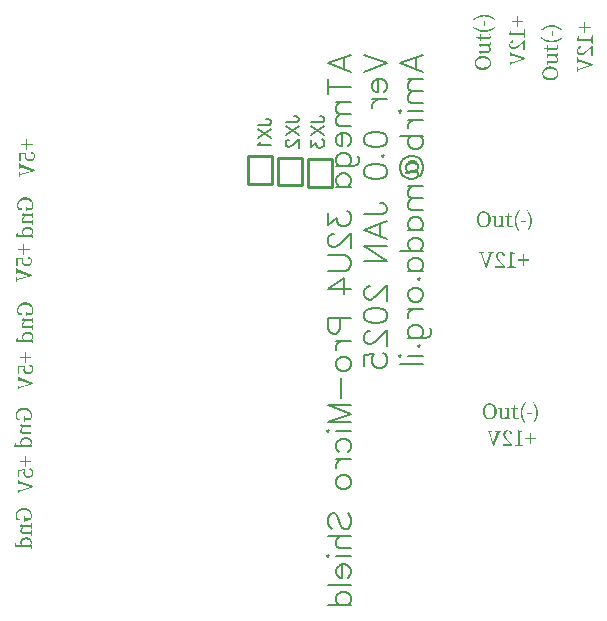
<source format=gbo>
G04 Layer: BottomSilkscreenLayer*
G04 EasyEDA v6.5.22, 2025-01-04 22:24:20*
G04 4654ec591aaf40839b9ddd4dd84afded,10*
G04 Gerber Generator version 0.2*
G04 Scale: 100 percent, Rotated: No, Reflected: No *
G04 Dimensions in millimeters *
G04 leading zeros omitted , absolute positions ,4 integer and 5 decimal *
%FSLAX45Y45*%
%MOMM*%

%ADD10C,0.2032*%
%ADD11C,0.1524*%
%ADD12C,0.2540*%

%LPD*%
G36*
X99822Y912825D02*
G01*
X93980Y912621D01*
X88341Y912012D01*
X82905Y911047D01*
X77622Y909675D01*
X72593Y907948D01*
X67767Y905865D01*
X63195Y903478D01*
X58877Y900734D01*
X54813Y897686D01*
X51003Y894334D01*
X47548Y890676D01*
X44348Y886764D01*
X41503Y882548D01*
X39014Y878078D01*
X36830Y873404D01*
X35052Y868426D01*
X33629Y863244D01*
X32613Y857859D01*
X31953Y852322D01*
X31750Y846531D01*
X31902Y840638D01*
X32308Y835101D01*
X33070Y829868D01*
X34086Y824992D01*
X35458Y820369D01*
X37084Y815949D01*
X39116Y811733D01*
X41402Y807669D01*
X70104Y807415D01*
X70104Y817829D01*
X45974Y822655D01*
X43484Y827684D01*
X41757Y833018D01*
X40741Y838708D01*
X40386Y844753D01*
X40640Y849833D01*
X41402Y854760D01*
X42621Y859434D01*
X44348Y863904D01*
X46532Y868121D01*
X49225Y872083D01*
X52324Y875741D01*
X55930Y879144D01*
X59943Y882142D01*
X64363Y884834D01*
X69291Y887171D01*
X74574Y889152D01*
X80264Y890676D01*
X86410Y891844D01*
X92913Y892505D01*
X99822Y892759D01*
X106629Y892556D01*
X113131Y891895D01*
X119176Y890828D01*
X124917Y889355D01*
X130200Y887476D01*
X135128Y885240D01*
X139598Y882599D01*
X143662Y879602D01*
X147269Y876249D01*
X150469Y872591D01*
X153212Y868578D01*
X155448Y864260D01*
X157226Y859586D01*
X158496Y854659D01*
X159258Y849477D01*
X159512Y843991D01*
X159258Y838403D01*
X158546Y832967D01*
X157276Y827582D01*
X155448Y822147D01*
X111506Y822655D01*
X109728Y843229D01*
X103124Y843229D01*
X103124Y792429D01*
X109728Y792429D01*
X110744Y804367D01*
X156464Y804875D01*
X159004Y809904D01*
X163220Y819962D01*
X164846Y825093D01*
X166166Y830326D01*
X167132Y835710D01*
X167690Y841248D01*
X167894Y847039D01*
X167690Y852779D01*
X167081Y858367D01*
X166065Y863752D01*
X164642Y868883D01*
X162864Y873810D01*
X160731Y878484D01*
X158242Y882903D01*
X155397Y887069D01*
X152247Y890981D01*
X148793Y894587D01*
X145034Y897890D01*
X141020Y900937D01*
X136702Y903630D01*
X132130Y906018D01*
X127304Y908050D01*
X122224Y909726D01*
X116941Y911047D01*
X111404Y912012D01*
X105714Y912621D01*
G37*
G36*
X81026Y783031D02*
G01*
X70358Y755599D01*
X72136Y752805D01*
X88138Y751281D01*
X84175Y747420D01*
X80619Y743305D01*
X77520Y739038D01*
X74930Y734618D01*
X72847Y730046D01*
X71374Y725424D01*
X70408Y720801D01*
X70104Y716229D01*
X70612Y710387D01*
X72136Y705358D01*
X74726Y701090D01*
X78435Y697585D01*
X83362Y694842D01*
X89509Y692912D01*
X96926Y691743D01*
X105664Y691337D01*
X156972Y691083D01*
X159004Y677367D01*
X165100Y677367D01*
X165100Y722071D01*
X159004Y722071D01*
X156972Y707847D01*
X124206Y707339D01*
X106172Y707339D01*
X94945Y708253D01*
X87579Y711149D01*
X83515Y716229D01*
X82296Y723595D01*
X83058Y730046D01*
X85394Y736600D01*
X89458Y743458D01*
X95504Y750773D01*
X156972Y750519D01*
X159004Y736803D01*
X165100Y736803D01*
X165100Y781761D01*
X159004Y781761D01*
X156972Y767283D01*
X140309Y767029D01*
X100076Y767080D01*
X88392Y767537D01*
X86868Y783031D01*
G37*
G36*
X119887Y662635D02*
G01*
X112572Y662279D01*
X105714Y661212D01*
X99364Y659536D01*
X93522Y657199D01*
X88290Y654304D01*
X83667Y650900D01*
X79654Y646938D01*
X76301Y642569D01*
X73609Y637743D01*
X71678Y632561D01*
X70510Y627075D01*
X70104Y621233D01*
X70401Y617931D01*
X80010Y617931D01*
X80568Y623417D01*
X82194Y628548D01*
X85039Y633272D01*
X89103Y637387D01*
X94488Y640791D01*
X101244Y643382D01*
X109423Y645007D01*
X119126Y645617D01*
X128574Y645058D01*
X136601Y643534D01*
X143306Y641096D01*
X148640Y637794D01*
X152704Y633780D01*
X155498Y629107D01*
X157175Y623874D01*
X157734Y618185D01*
X157175Y612089D01*
X155295Y606602D01*
X151841Y601319D01*
X146558Y595833D01*
X90170Y595833D01*
X85242Y602081D01*
X82143Y607720D01*
X80467Y612952D01*
X80010Y617931D01*
X70401Y617931D01*
X70713Y614476D01*
X72847Y608025D01*
X76758Y601726D01*
X82804Y595579D01*
X36576Y595579D01*
X35052Y611835D01*
X29209Y611835D01*
X21082Y581863D01*
X22606Y579323D01*
X50292Y579831D01*
X157226Y579831D01*
X159004Y564083D01*
X165100Y564083D01*
X167132Y594309D01*
X153670Y595325D01*
X159512Y600811D01*
X163880Y607110D01*
X166674Y614375D01*
X167640Y622757D01*
X167233Y628548D01*
X166065Y633984D01*
X164185Y639064D01*
X161594Y643686D01*
X158343Y647903D01*
X154432Y651662D01*
X149961Y654862D01*
X144932Y657606D01*
X139344Y659739D01*
X133299Y661314D01*
X126796Y662279D01*
G37*
G36*
X99466Y1760982D02*
G01*
X93675Y1760778D01*
X87985Y1760169D01*
X82550Y1759204D01*
X77266Y1757832D01*
X72237Y1756105D01*
X67411Y1754022D01*
X62839Y1751634D01*
X58521Y1748891D01*
X54457Y1745843D01*
X50698Y1742490D01*
X47193Y1738833D01*
X44043Y1734921D01*
X41198Y1730705D01*
X38658Y1726234D01*
X36525Y1721510D01*
X34696Y1716582D01*
X33274Y1711401D01*
X32258Y1706016D01*
X31597Y1700428D01*
X31394Y1694688D01*
X31546Y1688795D01*
X32004Y1683257D01*
X32715Y1678025D01*
X33731Y1673148D01*
X35102Y1668525D01*
X36779Y1664106D01*
X38760Y1659889D01*
X41046Y1655825D01*
X69748Y1655572D01*
X69748Y1665986D01*
X45618Y1670812D01*
X43129Y1675841D01*
X41402Y1681175D01*
X40386Y1686814D01*
X40030Y1692910D01*
X40284Y1697989D01*
X41046Y1702917D01*
X42265Y1707591D01*
X43992Y1712061D01*
X46228Y1716278D01*
X48869Y1720240D01*
X51968Y1723898D01*
X55575Y1727301D01*
X59588Y1730298D01*
X64058Y1732991D01*
X68935Y1735328D01*
X74218Y1737309D01*
X79959Y1738833D01*
X86055Y1739950D01*
X92557Y1740662D01*
X99466Y1740916D01*
X106324Y1740662D01*
X112776Y1740052D01*
X118872Y1738985D01*
X124561Y1737512D01*
X129844Y1735632D01*
X134772Y1733397D01*
X139242Y1730756D01*
X143306Y1727758D01*
X146964Y1724406D01*
X150114Y1720748D01*
X152857Y1716735D01*
X155092Y1712417D01*
X156870Y1707743D01*
X158140Y1702816D01*
X158902Y1697634D01*
X159156Y1692148D01*
X158902Y1686560D01*
X158191Y1681124D01*
X156921Y1675739D01*
X155092Y1670304D01*
X111150Y1670812D01*
X109372Y1691386D01*
X102768Y1691386D01*
X102768Y1640586D01*
X109372Y1640586D01*
X110388Y1652524D01*
X156108Y1653032D01*
X158648Y1658061D01*
X162864Y1668119D01*
X164490Y1673250D01*
X165811Y1678482D01*
X166776Y1683816D01*
X167335Y1689404D01*
X167538Y1695196D01*
X167335Y1700936D01*
X166725Y1706524D01*
X165709Y1711909D01*
X164287Y1717039D01*
X162509Y1721967D01*
X160375Y1726641D01*
X157886Y1731060D01*
X155092Y1735226D01*
X151942Y1739138D01*
X148488Y1742744D01*
X144729Y1746046D01*
X140665Y1749094D01*
X136347Y1751787D01*
X131775Y1754174D01*
X126949Y1756206D01*
X121869Y1757883D01*
X116585Y1759204D01*
X111048Y1760169D01*
X105359Y1760778D01*
G37*
G36*
X80670Y1631188D02*
G01*
X70002Y1603756D01*
X71780Y1600962D01*
X87782Y1599438D01*
X83820Y1595577D01*
X80264Y1591462D01*
X77165Y1587195D01*
X74574Y1582775D01*
X72542Y1578203D01*
X71018Y1573580D01*
X70053Y1568958D01*
X69748Y1564386D01*
X70256Y1558544D01*
X71780Y1553514D01*
X74371Y1549247D01*
X78130Y1545742D01*
X83007Y1542999D01*
X89154Y1541068D01*
X96570Y1539849D01*
X105308Y1539494D01*
X156616Y1539240D01*
X158648Y1525524D01*
X164744Y1525524D01*
X164744Y1570228D01*
X158648Y1570228D01*
X156616Y1556004D01*
X123850Y1555496D01*
X105816Y1555496D01*
X94589Y1556410D01*
X87223Y1559306D01*
X83159Y1564386D01*
X81940Y1571752D01*
X82702Y1578203D01*
X85039Y1584756D01*
X89154Y1591614D01*
X95148Y1598930D01*
X156616Y1598676D01*
X158648Y1584960D01*
X164744Y1584960D01*
X164744Y1629918D01*
X158648Y1629918D01*
X156616Y1615440D01*
X139954Y1615186D01*
X99720Y1615236D01*
X88036Y1615694D01*
X86512Y1631188D01*
G37*
G36*
X119532Y1510792D02*
G01*
X112217Y1510436D01*
X105359Y1509369D01*
X99009Y1507642D01*
X93218Y1505356D01*
X87934Y1502460D01*
X83312Y1499006D01*
X79298Y1495094D01*
X75946Y1490726D01*
X73304Y1485900D01*
X71323Y1480718D01*
X70154Y1475181D01*
X69748Y1469390D01*
X70071Y1466088D01*
X79654Y1466088D01*
X80213Y1471574D01*
X81838Y1476705D01*
X84683Y1481429D01*
X88747Y1485544D01*
X94132Y1488948D01*
X100888Y1491538D01*
X109067Y1493164D01*
X118770Y1493774D01*
X128219Y1493215D01*
X136296Y1491691D01*
X142951Y1489252D01*
X148285Y1485950D01*
X152349Y1481937D01*
X155194Y1477264D01*
X156819Y1472031D01*
X157378Y1466342D01*
X156819Y1460246D01*
X154940Y1454759D01*
X151485Y1449476D01*
X146202Y1443990D01*
X89814Y1443990D01*
X84937Y1450238D01*
X81788Y1455877D01*
X80162Y1461058D01*
X79654Y1466088D01*
X70071Y1466088D01*
X70408Y1462633D01*
X72491Y1456182D01*
X76403Y1449882D01*
X82448Y1443736D01*
X36220Y1443736D01*
X34696Y1459992D01*
X28854Y1459992D01*
X20726Y1430020D01*
X22250Y1427480D01*
X49936Y1427988D01*
X156870Y1427988D01*
X158648Y1412240D01*
X164744Y1412240D01*
X166776Y1442466D01*
X153314Y1443482D01*
X159156Y1448968D01*
X163525Y1455267D01*
X166319Y1462532D01*
X167284Y1470914D01*
X166878Y1476705D01*
X165709Y1482140D01*
X163830Y1487220D01*
X161239Y1491843D01*
X157988Y1496060D01*
X154076Y1499768D01*
X149606Y1503019D01*
X144576Y1505762D01*
X138988Y1507896D01*
X132943Y1509471D01*
X126441Y1510436D01*
G37*
G36*
X112522Y2652725D02*
G01*
X106680Y2652522D01*
X101041Y2651912D01*
X95605Y2650947D01*
X90322Y2649575D01*
X85293Y2647848D01*
X80467Y2645765D01*
X75895Y2643378D01*
X71577Y2640634D01*
X67513Y2637586D01*
X63703Y2634234D01*
X60248Y2630576D01*
X57048Y2626664D01*
X54203Y2622448D01*
X51714Y2617978D01*
X49530Y2613304D01*
X47752Y2608326D01*
X46329Y2603144D01*
X45313Y2597759D01*
X44653Y2592222D01*
X44450Y2586431D01*
X44602Y2580538D01*
X45008Y2575001D01*
X45770Y2569768D01*
X46786Y2564892D01*
X48158Y2560269D01*
X49784Y2555849D01*
X51816Y2551633D01*
X54102Y2547569D01*
X82804Y2547315D01*
X82804Y2557729D01*
X58674Y2562555D01*
X56184Y2567584D01*
X54457Y2572918D01*
X53441Y2578608D01*
X53086Y2584653D01*
X53340Y2589733D01*
X54102Y2594660D01*
X55321Y2599334D01*
X57048Y2603804D01*
X59232Y2608021D01*
X61925Y2611983D01*
X65024Y2615641D01*
X68630Y2619044D01*
X72644Y2622042D01*
X77063Y2624734D01*
X81991Y2627071D01*
X87274Y2629052D01*
X92964Y2630576D01*
X99110Y2631744D01*
X105613Y2632405D01*
X112522Y2632659D01*
X119329Y2632456D01*
X125831Y2631795D01*
X131876Y2630728D01*
X137617Y2629255D01*
X142900Y2627376D01*
X147828Y2625140D01*
X152298Y2622499D01*
X156362Y2619502D01*
X159969Y2616149D01*
X163169Y2612491D01*
X165912Y2608478D01*
X168148Y2604160D01*
X169926Y2599486D01*
X171196Y2594559D01*
X171958Y2589377D01*
X172212Y2583891D01*
X171958Y2578303D01*
X171246Y2572867D01*
X169976Y2567482D01*
X168148Y2562047D01*
X124206Y2562555D01*
X122428Y2583129D01*
X115824Y2583129D01*
X115824Y2532329D01*
X122428Y2532329D01*
X123444Y2544267D01*
X169164Y2544775D01*
X171704Y2549804D01*
X175920Y2559862D01*
X177546Y2564993D01*
X178866Y2570226D01*
X179832Y2575610D01*
X180390Y2581148D01*
X180594Y2586939D01*
X180390Y2592679D01*
X179781Y2598267D01*
X178765Y2603652D01*
X177342Y2608783D01*
X175564Y2613710D01*
X173431Y2618384D01*
X170942Y2622804D01*
X168097Y2626969D01*
X164947Y2630881D01*
X161493Y2634488D01*
X157734Y2637790D01*
X153720Y2640838D01*
X149402Y2643530D01*
X144830Y2645918D01*
X140004Y2647950D01*
X134924Y2649626D01*
X129641Y2650947D01*
X124104Y2651912D01*
X118414Y2652522D01*
G37*
G36*
X93726Y2522931D02*
G01*
X83058Y2495499D01*
X84836Y2492705D01*
X100838Y2491181D01*
X96875Y2487320D01*
X93319Y2483205D01*
X90220Y2478938D01*
X87630Y2474518D01*
X85547Y2469946D01*
X84074Y2465324D01*
X83108Y2460701D01*
X82804Y2456129D01*
X83312Y2450287D01*
X84836Y2445258D01*
X87426Y2440990D01*
X91135Y2437485D01*
X96062Y2434742D01*
X102209Y2432812D01*
X109626Y2431643D01*
X118364Y2431237D01*
X169672Y2430983D01*
X171704Y2417267D01*
X177800Y2417267D01*
X177800Y2461971D01*
X171704Y2461971D01*
X169672Y2447747D01*
X136906Y2447239D01*
X118872Y2447239D01*
X107645Y2448153D01*
X100279Y2451049D01*
X96215Y2456129D01*
X94996Y2463495D01*
X95758Y2469946D01*
X98094Y2476500D01*
X102158Y2483358D01*
X108204Y2490673D01*
X169672Y2490419D01*
X171704Y2476703D01*
X177800Y2476703D01*
X177800Y2521661D01*
X171704Y2521661D01*
X169672Y2507183D01*
X153009Y2506929D01*
X112776Y2506980D01*
X101092Y2507437D01*
X99568Y2522931D01*
G37*
G36*
X132588Y2402535D02*
G01*
X125272Y2402179D01*
X118414Y2401112D01*
X112064Y2399436D01*
X106222Y2397099D01*
X100990Y2394204D01*
X96367Y2390800D01*
X92354Y2386838D01*
X89001Y2382469D01*
X86309Y2377643D01*
X84378Y2372461D01*
X83210Y2366975D01*
X82804Y2361133D01*
X83101Y2357831D01*
X92710Y2357831D01*
X93268Y2363317D01*
X94894Y2368448D01*
X97739Y2373172D01*
X101803Y2377287D01*
X107187Y2380691D01*
X113944Y2383282D01*
X122123Y2384907D01*
X131826Y2385517D01*
X141274Y2384958D01*
X149301Y2383434D01*
X156006Y2380996D01*
X161340Y2377694D01*
X165404Y2373680D01*
X168198Y2369007D01*
X169875Y2363774D01*
X170434Y2358085D01*
X169875Y2351989D01*
X167995Y2346502D01*
X164541Y2341219D01*
X159258Y2335733D01*
X102870Y2335733D01*
X97942Y2341981D01*
X94843Y2347620D01*
X93167Y2352852D01*
X92710Y2357831D01*
X83101Y2357831D01*
X83413Y2354376D01*
X85547Y2347925D01*
X89458Y2341626D01*
X95504Y2335479D01*
X49276Y2335479D01*
X47752Y2351735D01*
X41910Y2351735D01*
X33782Y2321763D01*
X35306Y2319223D01*
X62991Y2319731D01*
X169926Y2319731D01*
X171704Y2303983D01*
X177800Y2303983D01*
X179832Y2334209D01*
X166370Y2335225D01*
X172212Y2340711D01*
X176580Y2347010D01*
X179374Y2354275D01*
X180340Y2362657D01*
X179933Y2368448D01*
X178765Y2373884D01*
X176885Y2378964D01*
X174294Y2383586D01*
X171043Y2387803D01*
X167132Y2391562D01*
X162661Y2394762D01*
X157632Y2397506D01*
X152044Y2399639D01*
X145999Y2401214D01*
X139496Y2402179D01*
G37*
G36*
X112522Y3541725D02*
G01*
X106680Y3541522D01*
X101041Y3540912D01*
X95605Y3539947D01*
X90322Y3538575D01*
X85293Y3536848D01*
X80467Y3534765D01*
X75895Y3532378D01*
X71577Y3529634D01*
X67513Y3526586D01*
X63703Y3523234D01*
X60248Y3519576D01*
X57048Y3515664D01*
X54203Y3511448D01*
X51714Y3506978D01*
X49530Y3502304D01*
X47752Y3497326D01*
X46329Y3492144D01*
X45313Y3486759D01*
X44653Y3481222D01*
X44450Y3475431D01*
X44602Y3469538D01*
X45008Y3464001D01*
X45770Y3458768D01*
X46786Y3453892D01*
X48158Y3449269D01*
X49784Y3444849D01*
X51816Y3440633D01*
X54102Y3436569D01*
X82804Y3436315D01*
X82804Y3446729D01*
X58674Y3451555D01*
X56184Y3456584D01*
X54457Y3461918D01*
X53441Y3467608D01*
X53086Y3473653D01*
X53340Y3478733D01*
X54102Y3483660D01*
X55321Y3488334D01*
X57048Y3492804D01*
X59232Y3497021D01*
X61925Y3500983D01*
X65024Y3504641D01*
X68630Y3508044D01*
X72644Y3511042D01*
X77063Y3513734D01*
X81991Y3516071D01*
X87274Y3518052D01*
X92964Y3519576D01*
X99110Y3520744D01*
X105613Y3521405D01*
X112522Y3521659D01*
X119329Y3521456D01*
X125831Y3520795D01*
X131876Y3519728D01*
X137617Y3518255D01*
X142900Y3516376D01*
X147828Y3514140D01*
X152298Y3511499D01*
X156362Y3508501D01*
X159969Y3505149D01*
X163169Y3501491D01*
X165912Y3497478D01*
X168148Y3493160D01*
X169926Y3488486D01*
X171196Y3483559D01*
X171958Y3478377D01*
X172212Y3472891D01*
X171958Y3467303D01*
X171246Y3461867D01*
X169976Y3456482D01*
X168148Y3451047D01*
X124206Y3451555D01*
X122428Y3472129D01*
X115824Y3472129D01*
X115824Y3421329D01*
X122428Y3421329D01*
X123444Y3433267D01*
X169164Y3433775D01*
X171704Y3438804D01*
X175920Y3448862D01*
X177546Y3453993D01*
X178866Y3459226D01*
X179832Y3464610D01*
X180390Y3470148D01*
X180594Y3475939D01*
X180390Y3481679D01*
X179781Y3487267D01*
X178765Y3492652D01*
X177342Y3497783D01*
X175564Y3502710D01*
X173431Y3507384D01*
X170942Y3511804D01*
X168097Y3515969D01*
X164947Y3519881D01*
X161493Y3523487D01*
X157734Y3526790D01*
X153720Y3529837D01*
X149402Y3532530D01*
X144830Y3534918D01*
X140004Y3536950D01*
X134924Y3538626D01*
X129641Y3539947D01*
X124104Y3540912D01*
X118414Y3541522D01*
G37*
G36*
X93726Y3411931D02*
G01*
X83058Y3384499D01*
X84836Y3381705D01*
X100838Y3380181D01*
X96875Y3376320D01*
X93319Y3372205D01*
X90220Y3367938D01*
X87630Y3363518D01*
X85547Y3358946D01*
X84074Y3354324D01*
X83108Y3349701D01*
X82804Y3345129D01*
X83312Y3339287D01*
X84836Y3334258D01*
X87426Y3329990D01*
X91135Y3326485D01*
X96062Y3323742D01*
X102209Y3321812D01*
X109626Y3320643D01*
X118364Y3320237D01*
X169672Y3319983D01*
X171704Y3306267D01*
X177800Y3306267D01*
X177800Y3350971D01*
X171704Y3350971D01*
X169672Y3336747D01*
X136906Y3336239D01*
X118872Y3336239D01*
X107645Y3337153D01*
X100279Y3340049D01*
X96215Y3345129D01*
X94996Y3352495D01*
X95758Y3358946D01*
X98094Y3365500D01*
X102158Y3372358D01*
X108204Y3379673D01*
X169672Y3379419D01*
X171704Y3365703D01*
X177800Y3365703D01*
X177800Y3410661D01*
X171704Y3410661D01*
X169672Y3396183D01*
X153009Y3395929D01*
X112776Y3395979D01*
X101092Y3396437D01*
X99568Y3411931D01*
G37*
G36*
X132588Y3291535D02*
G01*
X125272Y3291179D01*
X118414Y3290112D01*
X112064Y3288436D01*
X106222Y3286099D01*
X100990Y3283204D01*
X96367Y3279800D01*
X92354Y3275838D01*
X89001Y3271469D01*
X86309Y3266643D01*
X84378Y3261461D01*
X83210Y3255975D01*
X82804Y3250133D01*
X83101Y3246831D01*
X92710Y3246831D01*
X93268Y3252317D01*
X94894Y3257448D01*
X97739Y3262172D01*
X101803Y3266287D01*
X107187Y3269691D01*
X113944Y3272282D01*
X122123Y3273907D01*
X131826Y3274517D01*
X141274Y3273958D01*
X149301Y3272434D01*
X156006Y3269996D01*
X161340Y3266694D01*
X165404Y3262680D01*
X168198Y3258007D01*
X169875Y3252774D01*
X170434Y3247085D01*
X169875Y3240989D01*
X167995Y3235502D01*
X164541Y3230219D01*
X159258Y3224733D01*
X102870Y3224733D01*
X97942Y3230981D01*
X94843Y3236620D01*
X93167Y3241852D01*
X92710Y3246831D01*
X83101Y3246831D01*
X83413Y3243376D01*
X85547Y3236925D01*
X89458Y3230626D01*
X95504Y3224479D01*
X49276Y3224479D01*
X47752Y3240735D01*
X41910Y3240735D01*
X33782Y3210763D01*
X35306Y3208223D01*
X62991Y3208731D01*
X169926Y3208731D01*
X171704Y3192983D01*
X177800Y3192983D01*
X179832Y3223209D01*
X166370Y3224225D01*
X172212Y3229711D01*
X176580Y3236010D01*
X179374Y3243275D01*
X180340Y3251657D01*
X179933Y3257448D01*
X178765Y3262884D01*
X176885Y3267964D01*
X174294Y3272586D01*
X171043Y3276803D01*
X167132Y3280562D01*
X162661Y3283762D01*
X157632Y3286506D01*
X152044Y3288639D01*
X145999Y3290214D01*
X139496Y3291179D01*
G37*
G36*
X121412Y4032758D02*
G01*
X121412Y3991864D01*
X78232Y3991864D01*
X78232Y3981704D01*
X121412Y3981704D01*
X121412Y3941064D01*
X131064Y3941064D01*
X131064Y3981704D01*
X175006Y3981704D01*
X175006Y3991864D01*
X131064Y3991864D01*
X131064Y4032758D01*
G37*
G36*
X165862Y3927856D02*
G01*
X163220Y3926332D01*
X161290Y3924249D01*
X160121Y3921658D01*
X159766Y3918712D01*
X160324Y3914901D01*
X162356Y3912057D01*
X166065Y3909872D01*
X171958Y3908044D01*
X183642Y3904996D01*
X185013Y3898747D01*
X185420Y3892550D01*
X184810Y3885793D01*
X183083Y3879900D01*
X180238Y3874871D01*
X176377Y3870655D01*
X171551Y3867404D01*
X165811Y3865016D01*
X159258Y3863594D01*
X151892Y3863086D01*
X144627Y3863644D01*
X138226Y3865270D01*
X132740Y3867861D01*
X128168Y3871417D01*
X124612Y3875836D01*
X121970Y3881069D01*
X120396Y3887114D01*
X119887Y3893820D01*
X120040Y3898290D01*
X120497Y3902913D01*
X121259Y3907586D01*
X122428Y3912362D01*
X120904Y3917442D01*
X60198Y3913378D01*
X60198Y3849624D01*
X75438Y3849624D01*
X75438Y3905758D01*
X112268Y3908298D01*
X110998Y3903522D01*
X110134Y3898696D01*
X109626Y3893667D01*
X109474Y3888486D01*
X109778Y3882390D01*
X110693Y3876598D01*
X112166Y3871264D01*
X114249Y3866337D01*
X116890Y3861815D01*
X120091Y3857853D01*
X123850Y3854399D01*
X128117Y3851452D01*
X132943Y3849166D01*
X138277Y3847439D01*
X144068Y3846423D01*
X150368Y3846068D01*
X156565Y3846423D01*
X162356Y3847541D01*
X167741Y3849319D01*
X172720Y3851757D01*
X177241Y3854856D01*
X181254Y3858514D01*
X184708Y3862781D01*
X187604Y3867556D01*
X189941Y3872839D01*
X191668Y3878630D01*
X192684Y3884879D01*
X193040Y3891534D01*
X192633Y3898646D01*
X191312Y3905046D01*
X189179Y3910736D01*
X186232Y3915714D01*
X182372Y3919931D01*
X177698Y3923334D01*
X172212Y3926027D01*
G37*
G36*
X60198Y3835146D02*
G01*
X60198Y3782314D01*
X67564Y3782314D01*
X69342Y3801364D01*
X167132Y3767328D01*
X69342Y3735578D01*
X67564Y3753612D01*
X60198Y3753612D01*
X60198Y3708908D01*
X66802Y3708908D01*
X69088Y3725926D01*
X191770Y3766820D01*
X191770Y3774948D01*
X68580Y3820414D01*
X67056Y3835146D01*
G37*
G36*
X96012Y3143758D02*
G01*
X96012Y3102864D01*
X52832Y3102864D01*
X52832Y3092704D01*
X96012Y3092704D01*
X96012Y3052064D01*
X105664Y3052064D01*
X105664Y3092704D01*
X149606Y3092704D01*
X149606Y3102864D01*
X105664Y3102864D01*
X105664Y3143758D01*
G37*
G36*
X140462Y3038856D02*
G01*
X137820Y3037332D01*
X135890Y3035249D01*
X134721Y3032658D01*
X134366Y3029712D01*
X134924Y3025902D01*
X136956Y3023057D01*
X140665Y3020872D01*
X146558Y3019044D01*
X158242Y3015996D01*
X159613Y3009747D01*
X160020Y3003550D01*
X159410Y2996793D01*
X157683Y2990900D01*
X154838Y2985871D01*
X150977Y2981655D01*
X146151Y2978404D01*
X140411Y2976016D01*
X133858Y2974594D01*
X126492Y2974086D01*
X119227Y2974644D01*
X112826Y2976270D01*
X107340Y2978861D01*
X102768Y2982417D01*
X99212Y2986836D01*
X96570Y2992069D01*
X94996Y2998114D01*
X94488Y3004820D01*
X94640Y3009290D01*
X95097Y3013913D01*
X95859Y3018586D01*
X97028Y3023362D01*
X95504Y3028442D01*
X34798Y3024378D01*
X34798Y2960624D01*
X50038Y2960624D01*
X50038Y3016758D01*
X86868Y3019298D01*
X85598Y3014522D01*
X84734Y3009696D01*
X84226Y3004667D01*
X84074Y2999486D01*
X84378Y2993390D01*
X85293Y2987598D01*
X86766Y2982264D01*
X88849Y2977337D01*
X91490Y2972816D01*
X94691Y2968853D01*
X98450Y2965399D01*
X102717Y2962452D01*
X107543Y2960166D01*
X112877Y2958439D01*
X118668Y2957423D01*
X124968Y2957068D01*
X131165Y2957423D01*
X136956Y2958541D01*
X142341Y2960319D01*
X147320Y2962757D01*
X151841Y2965856D01*
X155854Y2969514D01*
X159308Y2973781D01*
X162204Y2978556D01*
X164541Y2983839D01*
X166268Y2989630D01*
X167284Y2995879D01*
X167640Y3002534D01*
X167233Y3009646D01*
X165912Y3016046D01*
X163779Y3021736D01*
X160832Y3026714D01*
X156972Y3030931D01*
X152298Y3034334D01*
X146812Y3037027D01*
G37*
G36*
X34798Y2946146D02*
G01*
X34798Y2893314D01*
X42164Y2893314D01*
X43942Y2912364D01*
X141732Y2878328D01*
X43942Y2846578D01*
X42164Y2864612D01*
X34798Y2864612D01*
X34798Y2819908D01*
X41402Y2819908D01*
X43688Y2836926D01*
X166370Y2877820D01*
X166370Y2885948D01*
X43180Y2931414D01*
X41656Y2946146D01*
G37*
G36*
X108712Y2229358D02*
G01*
X108712Y2188464D01*
X65532Y2188464D01*
X65532Y2178304D01*
X108712Y2178304D01*
X108712Y2137664D01*
X118364Y2137664D01*
X118364Y2178304D01*
X162306Y2178304D01*
X162306Y2188464D01*
X118364Y2188464D01*
X118364Y2229358D01*
G37*
G36*
X153162Y2124456D02*
G01*
X150520Y2122932D01*
X148590Y2120849D01*
X147421Y2118258D01*
X147066Y2115312D01*
X147624Y2111502D01*
X149656Y2108657D01*
X153365Y2106472D01*
X159258Y2104644D01*
X170942Y2101596D01*
X172313Y2095347D01*
X172720Y2089150D01*
X172110Y2082393D01*
X170383Y2076500D01*
X167538Y2071471D01*
X163677Y2067255D01*
X158851Y2064004D01*
X153111Y2061616D01*
X146558Y2060193D01*
X139192Y2059686D01*
X131927Y2060244D01*
X125526Y2061870D01*
X120040Y2064461D01*
X115468Y2068017D01*
X111912Y2072436D01*
X109270Y2077669D01*
X107696Y2083714D01*
X107187Y2090420D01*
X107340Y2094890D01*
X107797Y2099513D01*
X108559Y2104186D01*
X109728Y2108962D01*
X108204Y2114042D01*
X47498Y2109978D01*
X47498Y2046224D01*
X62738Y2046224D01*
X62738Y2102358D01*
X99568Y2104898D01*
X98298Y2100122D01*
X97434Y2095296D01*
X96926Y2090267D01*
X96774Y2085086D01*
X97078Y2078989D01*
X97993Y2073198D01*
X99466Y2067864D01*
X101549Y2062937D01*
X104190Y2058416D01*
X107391Y2054453D01*
X111150Y2050999D01*
X115417Y2048052D01*
X120243Y2045766D01*
X125577Y2044039D01*
X131368Y2043023D01*
X137668Y2042668D01*
X143865Y2043023D01*
X149656Y2044141D01*
X155041Y2045919D01*
X160020Y2048357D01*
X164541Y2051456D01*
X168554Y2055114D01*
X172008Y2059381D01*
X174904Y2064156D01*
X177241Y2069439D01*
X178968Y2075230D01*
X179984Y2081479D01*
X180340Y2088134D01*
X179933Y2095246D01*
X178612Y2101646D01*
X176479Y2107336D01*
X173532Y2112314D01*
X169672Y2116531D01*
X164998Y2119934D01*
X159512Y2122627D01*
G37*
G36*
X47498Y2031746D02*
G01*
X47498Y1978914D01*
X54864Y1978914D01*
X56641Y1997964D01*
X154432Y1963928D01*
X56641Y1932178D01*
X54864Y1950212D01*
X47498Y1950212D01*
X47498Y1905507D01*
X54102Y1905507D01*
X56388Y1922525D01*
X179070Y1963420D01*
X179070Y1971548D01*
X55880Y2017014D01*
X54356Y2031746D01*
G37*
G36*
X108712Y1353058D02*
G01*
X108712Y1312164D01*
X65532Y1312164D01*
X65532Y1302004D01*
X108712Y1302004D01*
X108712Y1261364D01*
X118364Y1261364D01*
X118364Y1302004D01*
X162306Y1302004D01*
X162306Y1312164D01*
X118364Y1312164D01*
X118364Y1353058D01*
G37*
G36*
X153162Y1248156D02*
G01*
X150520Y1246632D01*
X148590Y1244549D01*
X147421Y1241958D01*
X147066Y1239012D01*
X147624Y1235202D01*
X149656Y1232357D01*
X153365Y1230172D01*
X159258Y1228344D01*
X170942Y1225296D01*
X172313Y1219047D01*
X172720Y1212850D01*
X172110Y1206093D01*
X170383Y1200200D01*
X167538Y1195171D01*
X163677Y1190955D01*
X158851Y1187704D01*
X153111Y1185316D01*
X146558Y1183894D01*
X139192Y1183386D01*
X131927Y1183944D01*
X125526Y1185570D01*
X120040Y1188161D01*
X115468Y1191717D01*
X111912Y1196136D01*
X109270Y1201369D01*
X107696Y1207414D01*
X107187Y1214120D01*
X107340Y1218590D01*
X107797Y1223213D01*
X108559Y1227886D01*
X109728Y1232662D01*
X108204Y1237742D01*
X47498Y1233678D01*
X47498Y1169924D01*
X62738Y1169924D01*
X62738Y1226058D01*
X99568Y1228598D01*
X98298Y1223822D01*
X97434Y1218996D01*
X96926Y1213967D01*
X96774Y1208786D01*
X97078Y1202690D01*
X97993Y1196898D01*
X99466Y1191564D01*
X101549Y1186637D01*
X104190Y1182116D01*
X107391Y1178153D01*
X111150Y1174699D01*
X115417Y1171752D01*
X120243Y1169466D01*
X125577Y1167739D01*
X131368Y1166723D01*
X137668Y1166368D01*
X143865Y1166723D01*
X149656Y1167841D01*
X155041Y1169619D01*
X160020Y1172057D01*
X164541Y1175156D01*
X168554Y1178814D01*
X172008Y1183081D01*
X174904Y1187856D01*
X177241Y1193139D01*
X178968Y1198930D01*
X179984Y1205179D01*
X180340Y1211834D01*
X179933Y1218946D01*
X178612Y1225346D01*
X176479Y1231036D01*
X173532Y1236014D01*
X169672Y1240231D01*
X164998Y1243634D01*
X159512Y1246327D01*
G37*
G36*
X47498Y1155446D02*
G01*
X47498Y1102614D01*
X54864Y1102614D01*
X56641Y1121664D01*
X154432Y1087628D01*
X56641Y1055878D01*
X54864Y1073912D01*
X47498Y1073912D01*
X47498Y1029208D01*
X54102Y1029208D01*
X56388Y1046226D01*
X179070Y1087120D01*
X179070Y1095248D01*
X55880Y1140714D01*
X54356Y1155446D01*
G37*
G36*
X4196334Y1568196D02*
G01*
X4190339Y1567891D01*
X4184904Y1567027D01*
X4180027Y1565656D01*
X4175760Y1563776D01*
X4172000Y1561388D01*
X4168749Y1558544D01*
X4166057Y1555292D01*
X4163822Y1551635D01*
X4162145Y1547622D01*
X4160977Y1543253D01*
X4160265Y1538579D01*
X4160012Y1533652D01*
X4160215Y1529486D01*
X4160875Y1525422D01*
X4161993Y1521409D01*
X4163669Y1517345D01*
X4165854Y1513128D01*
X4168597Y1508760D01*
X4172000Y1504086D01*
X4180687Y1493672D01*
X4192219Y1481175D01*
X4221988Y1450086D01*
X4154424Y1450086D01*
X4154424Y1435100D01*
X4234434Y1435100D01*
X4234434Y1447292D01*
X4204970Y1480566D01*
X4198315Y1488440D01*
X4192574Y1495755D01*
X4187748Y1502562D01*
X4183837Y1508963D01*
X4180840Y1515110D01*
X4178706Y1521053D01*
X4177436Y1526844D01*
X4177029Y1532636D01*
X4177487Y1538630D01*
X4178706Y1544015D01*
X4180789Y1548739D01*
X4183532Y1552752D01*
X4186986Y1556004D01*
X4191050Y1558340D01*
X4195724Y1559814D01*
X4200906Y1560322D01*
X4205630Y1560118D01*
X4211320Y1559306D01*
X4215384Y1545082D01*
X4217314Y1539290D01*
X4219651Y1535430D01*
X4222546Y1533296D01*
X4226052Y1532636D01*
X4228947Y1533042D01*
X4231538Y1534261D01*
X4233672Y1536192D01*
X4235450Y1538732D01*
X4233773Y1545590D01*
X4230878Y1551584D01*
X4226915Y1556664D01*
X4222089Y1560779D01*
X4216450Y1564030D01*
X4210202Y1566367D01*
X4203446Y1567738D01*
G37*
G36*
X4284980Y1567434D02*
G01*
X4282440Y1565402D01*
X4282948Y1537208D01*
X4282897Y1460652D01*
X4282694Y1445006D01*
X4255262Y1441196D01*
X4255262Y1435100D01*
X4327144Y1435100D01*
X4327144Y1441196D01*
X4299458Y1445006D01*
X4298950Y1476248D01*
X4298950Y1552702D01*
X4324858Y1550162D01*
X4324858Y1557020D01*
G37*
G36*
X4017772Y1565402D02*
G01*
X4017772Y1558798D01*
X4034536Y1556512D01*
X4075429Y1433830D01*
X4083812Y1433830D01*
X4129278Y1557020D01*
X4144010Y1558544D01*
X4144010Y1565402D01*
X4091178Y1565402D01*
X4091178Y1558036D01*
X4110228Y1556258D01*
X4076192Y1458468D01*
X4044442Y1556258D01*
X4062476Y1558036D01*
X4062476Y1565402D01*
G37*
G36*
X4388104Y1547368D02*
G01*
X4388104Y1504188D01*
X4347464Y1504188D01*
X4347464Y1494536D01*
X4388104Y1494536D01*
X4388104Y1450594D01*
X4398264Y1450594D01*
X4398264Y1494536D01*
X4439158Y1494536D01*
X4439158Y1504188D01*
X4398264Y1504188D01*
X4398264Y1547368D01*
G37*
G36*
X4132834Y3079496D02*
G01*
X4126839Y3079191D01*
X4121404Y3078327D01*
X4116527Y3076956D01*
X4112260Y3075076D01*
X4108500Y3072688D01*
X4105249Y3069844D01*
X4102557Y3066592D01*
X4100322Y3062935D01*
X4098645Y3058922D01*
X4097477Y3054553D01*
X4096765Y3049879D01*
X4096512Y3044952D01*
X4096715Y3040786D01*
X4097375Y3036722D01*
X4098493Y3032709D01*
X4100169Y3028645D01*
X4102354Y3024428D01*
X4105097Y3020060D01*
X4108500Y3015386D01*
X4117187Y3004972D01*
X4128719Y2992475D01*
X4158487Y2961386D01*
X4090924Y2961386D01*
X4090924Y2946400D01*
X4170934Y2946400D01*
X4170934Y2958592D01*
X4141470Y2991866D01*
X4134815Y2999740D01*
X4129074Y3007055D01*
X4124248Y3013862D01*
X4120337Y3020263D01*
X4117340Y3026410D01*
X4115206Y3032353D01*
X4113936Y3038144D01*
X4113529Y3043936D01*
X4113987Y3049930D01*
X4115206Y3055315D01*
X4117289Y3060039D01*
X4120032Y3064052D01*
X4123486Y3067304D01*
X4127550Y3069640D01*
X4132224Y3071114D01*
X4137406Y3071622D01*
X4142130Y3071418D01*
X4147820Y3070606D01*
X4151884Y3056382D01*
X4153814Y3050590D01*
X4156151Y3046730D01*
X4159046Y3044596D01*
X4162551Y3043936D01*
X4165447Y3044342D01*
X4168038Y3045561D01*
X4170172Y3047492D01*
X4171950Y3050032D01*
X4170273Y3056890D01*
X4167378Y3062884D01*
X4163415Y3067964D01*
X4158589Y3072079D01*
X4152950Y3075330D01*
X4146702Y3077667D01*
X4139946Y3079038D01*
G37*
G36*
X4221480Y3078734D02*
G01*
X4218940Y3076702D01*
X4219448Y3048508D01*
X4219397Y2971952D01*
X4219194Y2956306D01*
X4191762Y2952496D01*
X4191762Y2946400D01*
X4263644Y2946400D01*
X4263644Y2952496D01*
X4235958Y2956306D01*
X4235450Y2987548D01*
X4235450Y3064002D01*
X4261358Y3061462D01*
X4261358Y3068320D01*
G37*
G36*
X3954272Y3076702D02*
G01*
X3954272Y3070098D01*
X3971036Y3067812D01*
X4011929Y2945130D01*
X4020312Y2945130D01*
X4065778Y3068320D01*
X4080510Y3069844D01*
X4080510Y3076702D01*
X4027678Y3076702D01*
X4027678Y3069336D01*
X4046728Y3067558D01*
X4012692Y2969768D01*
X3980942Y3067558D01*
X3998976Y3069336D01*
X3998976Y3076702D01*
G37*
G36*
X4324604Y3058668D02*
G01*
X4324604Y3015488D01*
X4283964Y3015488D01*
X4283964Y3005836D01*
X4324604Y3005836D01*
X4324604Y2961894D01*
X4334764Y2961894D01*
X4334764Y3005836D01*
X4375658Y3005836D01*
X4375658Y3015488D01*
X4334764Y3015488D01*
X4334764Y3058668D01*
G37*
G36*
X4845812Y5023358D02*
G01*
X4845812Y4982464D01*
X4802632Y4982464D01*
X4802632Y4972304D01*
X4845812Y4972304D01*
X4845812Y4931664D01*
X4855464Y4931664D01*
X4855464Y4972304D01*
X4899406Y4972304D01*
X4899406Y4982464D01*
X4855464Y4982464D01*
X4855464Y5023358D01*
G37*
G36*
X4908804Y4911344D02*
G01*
X4904994Y4883658D01*
X4873752Y4883150D01*
X4797298Y4883150D01*
X4799838Y4909058D01*
X4792980Y4909058D01*
X4782566Y4869180D01*
X4784598Y4866640D01*
X4812792Y4867148D01*
X4889347Y4867097D01*
X4904994Y4866894D01*
X4908804Y4839462D01*
X4914900Y4839462D01*
X4914900Y4911344D01*
G37*
G36*
X4811268Y4819650D02*
G01*
X4804410Y4817973D01*
X4798415Y4815078D01*
X4793335Y4811115D01*
X4789220Y4806289D01*
X4785969Y4800650D01*
X4783632Y4794402D01*
X4782261Y4787646D01*
X4781804Y4780534D01*
X4782108Y4774539D01*
X4782972Y4769104D01*
X4784344Y4764227D01*
X4786223Y4759960D01*
X4788611Y4756200D01*
X4791456Y4752949D01*
X4794707Y4750257D01*
X4798364Y4748022D01*
X4802378Y4746345D01*
X4806746Y4745177D01*
X4811420Y4744466D01*
X4816348Y4744212D01*
X4820513Y4744415D01*
X4824577Y4745075D01*
X4828590Y4746193D01*
X4832654Y4747869D01*
X4836871Y4750054D01*
X4841240Y4752797D01*
X4845913Y4756200D01*
X4856327Y4764887D01*
X4868824Y4776419D01*
X4899914Y4806188D01*
X4899914Y4738624D01*
X4914900Y4738624D01*
X4914900Y4818634D01*
X4902708Y4818634D01*
X4869434Y4789170D01*
X4861560Y4782515D01*
X4854244Y4776774D01*
X4847437Y4771948D01*
X4841036Y4768037D01*
X4834890Y4765040D01*
X4828946Y4762906D01*
X4823155Y4761636D01*
X4817364Y4761230D01*
X4811369Y4761687D01*
X4805984Y4762906D01*
X4801260Y4764989D01*
X4797247Y4767732D01*
X4793996Y4771186D01*
X4791659Y4775250D01*
X4790186Y4779924D01*
X4789678Y4785106D01*
X4789881Y4789830D01*
X4790694Y4795520D01*
X4804918Y4799584D01*
X4810709Y4801514D01*
X4814570Y4803851D01*
X4816703Y4806746D01*
X4817364Y4810252D01*
X4816957Y4813147D01*
X4815738Y4815687D01*
X4813808Y4817872D01*
G37*
G36*
X4784598Y4728210D02*
G01*
X4784598Y4675378D01*
X4791964Y4675378D01*
X4793742Y4694428D01*
X4891532Y4660392D01*
X4793742Y4628642D01*
X4791964Y4646676D01*
X4784598Y4646676D01*
X4784598Y4601972D01*
X4791202Y4601972D01*
X4793488Y4618736D01*
X4916170Y4659630D01*
X4916170Y4668012D01*
X4792980Y4713478D01*
X4791456Y4728210D01*
G37*
G36*
X4274312Y5074158D02*
G01*
X4274312Y5033264D01*
X4231132Y5033264D01*
X4231132Y5023104D01*
X4274312Y5023104D01*
X4274312Y4982464D01*
X4283964Y4982464D01*
X4283964Y5023104D01*
X4327906Y5023104D01*
X4327906Y5033264D01*
X4283964Y5033264D01*
X4283964Y5074158D01*
G37*
G36*
X4337304Y4962144D02*
G01*
X4333494Y4934458D01*
X4302252Y4933950D01*
X4225798Y4933950D01*
X4228338Y4959858D01*
X4221480Y4959858D01*
X4211066Y4919980D01*
X4213098Y4917440D01*
X4241292Y4917948D01*
X4317847Y4917897D01*
X4333494Y4917694D01*
X4337304Y4890262D01*
X4343400Y4890262D01*
X4343400Y4962144D01*
G37*
G36*
X4239768Y4870450D02*
G01*
X4232910Y4868773D01*
X4226915Y4865878D01*
X4221835Y4861915D01*
X4217720Y4857089D01*
X4214469Y4851450D01*
X4212132Y4845202D01*
X4210761Y4838446D01*
X4210304Y4831334D01*
X4210608Y4825339D01*
X4211472Y4819904D01*
X4212844Y4815027D01*
X4214723Y4810760D01*
X4217111Y4807000D01*
X4219956Y4803749D01*
X4223207Y4801057D01*
X4226864Y4798822D01*
X4230878Y4797145D01*
X4235246Y4795977D01*
X4239920Y4795266D01*
X4244848Y4795012D01*
X4249013Y4795215D01*
X4253077Y4795875D01*
X4257090Y4796993D01*
X4261154Y4798669D01*
X4265371Y4800854D01*
X4269740Y4803597D01*
X4274413Y4807000D01*
X4284827Y4815687D01*
X4297324Y4827219D01*
X4328414Y4856988D01*
X4328414Y4789424D01*
X4343400Y4789424D01*
X4343400Y4869434D01*
X4331208Y4869434D01*
X4297934Y4839970D01*
X4290060Y4833315D01*
X4282744Y4827574D01*
X4275937Y4822748D01*
X4269536Y4818837D01*
X4263390Y4815840D01*
X4257446Y4813706D01*
X4251655Y4812436D01*
X4245864Y4812030D01*
X4239869Y4812487D01*
X4234484Y4813706D01*
X4229760Y4815789D01*
X4225747Y4818532D01*
X4222496Y4821986D01*
X4220159Y4826050D01*
X4218686Y4830724D01*
X4218178Y4835906D01*
X4218381Y4840630D01*
X4219194Y4846320D01*
X4233418Y4850384D01*
X4239209Y4852314D01*
X4243070Y4854651D01*
X4245203Y4857546D01*
X4245864Y4861052D01*
X4245457Y4863947D01*
X4244238Y4866487D01*
X4242308Y4868672D01*
G37*
G36*
X4213098Y4779010D02*
G01*
X4213098Y4726178D01*
X4220464Y4726178D01*
X4222242Y4745228D01*
X4320032Y4711192D01*
X4222242Y4679442D01*
X4220464Y4697476D01*
X4213098Y4697476D01*
X4213098Y4652772D01*
X4219702Y4652772D01*
X4221988Y4669536D01*
X4344670Y4710430D01*
X4344670Y4718812D01*
X4221480Y4764278D01*
X4219956Y4779010D01*
G37*
G36*
X3997198Y5087112D02*
G01*
X3990492Y5086959D01*
X3983990Y5086502D01*
X3977589Y5085689D01*
X3971340Y5084622D01*
X3965244Y5083200D01*
X3959250Y5081473D01*
X3953408Y5079441D01*
X3947668Y5077104D01*
X3942079Y5074412D01*
X3936542Y5071364D01*
X3931158Y5068062D01*
X3925925Y5064404D01*
X3920744Y5060391D01*
X3915664Y5056073D01*
X3910634Y5051450D01*
X3905758Y5046472D01*
X3909060Y5042408D01*
X3920947Y5050332D01*
X3932174Y5056835D01*
X3942994Y5062067D01*
X3953510Y5066080D01*
X3963974Y5068976D01*
X3974642Y5070957D01*
X3980078Y5071618D01*
X3991356Y5072278D01*
X4003040Y5072278D01*
X4014266Y5071618D01*
X4024985Y5070094D01*
X4035501Y5067655D01*
X4040682Y5066080D01*
X4051198Y5062067D01*
X4061968Y5056835D01*
X4073296Y5050332D01*
X4085336Y5042408D01*
X4088637Y5046472D01*
X4083761Y5051450D01*
X4078732Y5056073D01*
X4073651Y5060391D01*
X4068470Y5064404D01*
X4063237Y5068062D01*
X4057853Y5071364D01*
X4052315Y5074412D01*
X4046728Y5077104D01*
X4040987Y5079441D01*
X4035145Y5081473D01*
X4029151Y5083200D01*
X4023055Y5084622D01*
X4016806Y5085689D01*
X4010406Y5086502D01*
X4003903Y5086959D01*
G37*
G36*
X3996690Y5037074D02*
G01*
X3996690Y4991608D01*
X4008120Y4991608D01*
X4008120Y5037074D01*
G37*
G36*
X3909060Y4986274D02*
G01*
X3905758Y4982210D01*
X3910634Y4977231D01*
X3915664Y4972608D01*
X3920744Y4968290D01*
X3925925Y4964277D01*
X3931158Y4960620D01*
X3936542Y4957318D01*
X3942079Y4954270D01*
X3947668Y4951628D01*
X3953408Y4949240D01*
X3959250Y4947208D01*
X3965244Y4945481D01*
X3971340Y4944059D01*
X3977589Y4942992D01*
X3983990Y4942179D01*
X3990492Y4941722D01*
X3997198Y4941570D01*
X4003903Y4941722D01*
X4010406Y4942179D01*
X4016806Y4942992D01*
X4023055Y4944059D01*
X4029151Y4945481D01*
X4035145Y4947208D01*
X4040987Y4949240D01*
X4046728Y4951628D01*
X4052315Y4954270D01*
X4057853Y4957318D01*
X4063237Y4960620D01*
X4068470Y4964277D01*
X4073651Y4968290D01*
X4078732Y4972608D01*
X4083761Y4977231D01*
X4088637Y4982210D01*
X4085336Y4986274D01*
X4073448Y4978349D01*
X4062222Y4971846D01*
X4051401Y4966614D01*
X4040886Y4962601D01*
X4030421Y4959705D01*
X4019753Y4957724D01*
X4014317Y4957064D01*
X4003040Y4956403D01*
X3991356Y4956403D01*
X3980078Y4957064D01*
X3969359Y4958588D01*
X3958844Y4961026D01*
X3953611Y4962601D01*
X3943096Y4966614D01*
X3932275Y4971846D01*
X3921048Y4978349D01*
G37*
G36*
X4043934Y4924806D02*
G01*
X4039362Y4920996D01*
X4041851Y4917287D01*
X4043578Y4913985D01*
X4044594Y4910836D01*
X4044950Y4907534D01*
X4044137Y4902911D01*
X4041495Y4899355D01*
X4036923Y4897120D01*
X4030218Y4896358D01*
X3967479Y4896358D01*
X3967479Y4922774D01*
X3959098Y4922774D01*
X3959098Y4896612D01*
X3932174Y4897628D01*
X3932174Y4886452D01*
X3958590Y4881372D01*
X3960622Y4863846D01*
X3967479Y4863846D01*
X3967479Y4880356D01*
X4030979Y4880102D01*
X4036466Y4880457D01*
X4041190Y4881575D01*
X4045153Y4883404D01*
X4048302Y4885893D01*
X4050741Y4889093D01*
X4052468Y4892852D01*
X4053484Y4897221D01*
X4053840Y4902200D01*
X4053128Y4909210D01*
X4051147Y4915306D01*
X4048048Y4920538D01*
G37*
G36*
X4045458Y4854956D02*
G01*
X4043172Y4841494D01*
X3987037Y4841494D01*
X3959606Y4842256D01*
X3957574Y4840478D01*
X3960622Y4812284D01*
X3966464Y4812284D01*
X3969258Y4826254D01*
X4028440Y4825492D01*
X4033977Y4819040D01*
X4037939Y4812284D01*
X4040327Y4805324D01*
X4041140Y4798314D01*
X4039920Y4791303D01*
X4035958Y4786325D01*
X4028694Y4783328D01*
X4017772Y4782312D01*
X3987037Y4782312D01*
X3959606Y4783074D01*
X3957574Y4781042D01*
X3960368Y4752594D01*
X3966210Y4752594D01*
X3969004Y4766564D01*
X4018534Y4766056D01*
X4027474Y4766411D01*
X4034993Y4767681D01*
X4041089Y4769815D01*
X4045915Y4772761D01*
X4049522Y4776419D01*
X4051960Y4780788D01*
X4053382Y4785817D01*
X4053840Y4791456D01*
X4053535Y4796028D01*
X4052671Y4800600D01*
X4051198Y4805121D01*
X4049166Y4809642D01*
X4046524Y4814011D01*
X4043324Y4818227D01*
X4039615Y4822342D01*
X4035298Y4826254D01*
X4052824Y4827778D01*
X4051300Y4854956D01*
G37*
G36*
X3986022Y4738370D02*
G01*
X3977995Y4738014D01*
X3970477Y4737049D01*
X3963415Y4735474D01*
X3956862Y4733391D01*
X3950766Y4730750D01*
X3945178Y4727600D01*
X3940098Y4724044D01*
X3935526Y4720132D01*
X3931462Y4715814D01*
X3927906Y4711192D01*
X3924909Y4706315D01*
X3922420Y4701184D01*
X3920490Y4695850D01*
X3919067Y4690414D01*
X3918254Y4684826D01*
X3917950Y4679188D01*
X3926586Y4679188D01*
X3927195Y4685588D01*
X3928872Y4691430D01*
X3931564Y4696612D01*
X3935222Y4701235D01*
X3939692Y4705248D01*
X3944874Y4708702D01*
X3950715Y4711598D01*
X3957065Y4713935D01*
X3963873Y4715764D01*
X3971036Y4717034D01*
X3978452Y4717796D01*
X3986022Y4718050D01*
X3991762Y4717897D01*
X3997401Y4717491D01*
X4002938Y4716780D01*
X4008323Y4715764D01*
X4013504Y4714443D01*
X4018432Y4712868D01*
X4023055Y4710938D01*
X4027373Y4708702D01*
X4031335Y4706162D01*
X4034942Y4703318D01*
X4038041Y4700117D01*
X4040682Y4696612D01*
X4042816Y4692751D01*
X4044391Y4688586D01*
X4045356Y4684064D01*
X4045712Y4679188D01*
X4045356Y4674260D01*
X4044391Y4669688D01*
X4042816Y4665421D01*
X4040682Y4661509D01*
X4038041Y4657953D01*
X4034942Y4654702D01*
X4031335Y4651806D01*
X4027373Y4649165D01*
X4023055Y4646879D01*
X4018432Y4644948D01*
X4013504Y4643272D01*
X4008323Y4641951D01*
X4002938Y4640884D01*
X3997401Y4640173D01*
X3991762Y4639716D01*
X3986022Y4639564D01*
X3980332Y4639716D01*
X3974693Y4640173D01*
X3969207Y4640884D01*
X3963873Y4641951D01*
X3958742Y4643272D01*
X3953814Y4644948D01*
X3949192Y4646879D01*
X3944874Y4649165D01*
X3940911Y4651806D01*
X3937355Y4654702D01*
X3934256Y4657953D01*
X3931564Y4661509D01*
X3929481Y4665421D01*
X3927906Y4669688D01*
X3926941Y4674260D01*
X3926586Y4679188D01*
X3917950Y4679188D01*
X3918254Y4673447D01*
X3919118Y4667808D01*
X3920591Y4662271D01*
X3922572Y4656886D01*
X3925163Y4651705D01*
X3928211Y4646777D01*
X3931869Y4642154D01*
X3935984Y4637836D01*
X3940606Y4633874D01*
X3945737Y4630267D01*
X3951325Y4627168D01*
X3957370Y4624527D01*
X3963873Y4622393D01*
X3970832Y4620818D01*
X3978249Y4619853D01*
X3986022Y4619498D01*
X3994048Y4619853D01*
X4001617Y4620818D01*
X4008729Y4622393D01*
X4015282Y4624527D01*
X4021378Y4627168D01*
X4026966Y4630267D01*
X4032046Y4633874D01*
X4036618Y4637836D01*
X4040682Y4642154D01*
X4044187Y4646777D01*
X4047185Y4651705D01*
X4049674Y4656886D01*
X4051604Y4662271D01*
X4052976Y4667808D01*
X4053840Y4673447D01*
X4054094Y4679188D01*
X4053789Y4684877D01*
X4052925Y4690465D01*
X4051503Y4695952D01*
X4049471Y4701286D01*
X4046931Y4706416D01*
X4043883Y4711293D01*
X4040276Y4715916D01*
X4036161Y4720234D01*
X4031538Y4724146D01*
X4026408Y4727702D01*
X4020820Y4730800D01*
X4014774Y4733391D01*
X4008221Y4735525D01*
X4001262Y4737100D01*
X3993845Y4738065D01*
G37*
G36*
X4568698Y4998212D02*
G01*
X4561992Y4998059D01*
X4555490Y4997602D01*
X4549089Y4996789D01*
X4542840Y4995722D01*
X4536744Y4994300D01*
X4530750Y4992573D01*
X4524908Y4990541D01*
X4519168Y4988204D01*
X4513580Y4985512D01*
X4508042Y4982464D01*
X4502658Y4979162D01*
X4497425Y4975504D01*
X4492244Y4971491D01*
X4487164Y4967173D01*
X4482134Y4962550D01*
X4477258Y4957572D01*
X4480560Y4953508D01*
X4492447Y4961432D01*
X4503674Y4967935D01*
X4514494Y4973167D01*
X4525010Y4977180D01*
X4535474Y4980076D01*
X4546142Y4982057D01*
X4551578Y4982718D01*
X4562856Y4983378D01*
X4574540Y4983378D01*
X4585766Y4982718D01*
X4596485Y4981194D01*
X4607001Y4978755D01*
X4612182Y4977180D01*
X4622698Y4973167D01*
X4633468Y4967935D01*
X4644796Y4961432D01*
X4656836Y4953508D01*
X4660138Y4957572D01*
X4655261Y4962550D01*
X4650232Y4967173D01*
X4645152Y4971491D01*
X4639970Y4975504D01*
X4634738Y4979162D01*
X4629353Y4982464D01*
X4623816Y4985512D01*
X4618228Y4988204D01*
X4612487Y4990541D01*
X4606645Y4992573D01*
X4600651Y4994300D01*
X4594555Y4995722D01*
X4588306Y4996789D01*
X4581906Y4997602D01*
X4575403Y4998059D01*
G37*
G36*
X4568190Y4948174D02*
G01*
X4568190Y4902708D01*
X4579620Y4902708D01*
X4579620Y4948174D01*
G37*
G36*
X4480560Y4897374D02*
G01*
X4477258Y4893310D01*
X4482134Y4888331D01*
X4487164Y4883708D01*
X4492244Y4879390D01*
X4497425Y4875377D01*
X4502658Y4871720D01*
X4508042Y4868418D01*
X4513580Y4865370D01*
X4519168Y4862728D01*
X4524908Y4860340D01*
X4530750Y4858308D01*
X4536744Y4856581D01*
X4542840Y4855159D01*
X4549089Y4854092D01*
X4555490Y4853279D01*
X4561992Y4852822D01*
X4568698Y4852670D01*
X4575403Y4852822D01*
X4581906Y4853279D01*
X4588306Y4854092D01*
X4594555Y4855159D01*
X4600651Y4856581D01*
X4606645Y4858308D01*
X4612487Y4860340D01*
X4618228Y4862728D01*
X4623816Y4865370D01*
X4629353Y4868418D01*
X4634738Y4871720D01*
X4639970Y4875377D01*
X4645152Y4879390D01*
X4650232Y4883708D01*
X4655261Y4888331D01*
X4660138Y4893310D01*
X4656836Y4897374D01*
X4644948Y4889449D01*
X4633722Y4882946D01*
X4622901Y4877714D01*
X4612386Y4873701D01*
X4601921Y4870805D01*
X4591253Y4868824D01*
X4585817Y4868164D01*
X4574540Y4867503D01*
X4562856Y4867503D01*
X4551578Y4868164D01*
X4540859Y4869688D01*
X4530344Y4872126D01*
X4525111Y4873701D01*
X4514596Y4877714D01*
X4503775Y4882946D01*
X4492548Y4889449D01*
G37*
G36*
X4615434Y4835906D02*
G01*
X4610862Y4832096D01*
X4613351Y4828387D01*
X4615078Y4825085D01*
X4616094Y4821936D01*
X4616450Y4818634D01*
X4615637Y4814011D01*
X4612995Y4810455D01*
X4608423Y4808220D01*
X4601718Y4807458D01*
X4538980Y4807458D01*
X4538980Y4833874D01*
X4530598Y4833874D01*
X4530598Y4807712D01*
X4503674Y4808728D01*
X4503674Y4797552D01*
X4530090Y4792472D01*
X4532122Y4774946D01*
X4538980Y4774946D01*
X4538980Y4791456D01*
X4602480Y4791202D01*
X4607966Y4791557D01*
X4612690Y4792675D01*
X4616653Y4794504D01*
X4619802Y4796993D01*
X4622241Y4800193D01*
X4623968Y4803952D01*
X4624984Y4808321D01*
X4625340Y4813300D01*
X4624628Y4820310D01*
X4622647Y4826406D01*
X4619548Y4831638D01*
G37*
G36*
X4616958Y4766056D02*
G01*
X4614672Y4752594D01*
X4558538Y4752594D01*
X4531106Y4753356D01*
X4529074Y4751578D01*
X4532122Y4723384D01*
X4537964Y4723384D01*
X4540758Y4737354D01*
X4599940Y4736592D01*
X4605477Y4730140D01*
X4609439Y4723384D01*
X4611827Y4716424D01*
X4612640Y4709414D01*
X4611420Y4702403D01*
X4607458Y4697425D01*
X4600194Y4694428D01*
X4589272Y4693412D01*
X4558538Y4693412D01*
X4531106Y4694174D01*
X4529074Y4692142D01*
X4531868Y4663694D01*
X4537710Y4663694D01*
X4540504Y4677664D01*
X4590034Y4677156D01*
X4598974Y4677511D01*
X4606493Y4678781D01*
X4612589Y4680915D01*
X4617415Y4683861D01*
X4621022Y4687519D01*
X4623460Y4691888D01*
X4624882Y4696917D01*
X4625340Y4702556D01*
X4625035Y4707128D01*
X4624171Y4711700D01*
X4622698Y4716221D01*
X4620666Y4720742D01*
X4618024Y4725111D01*
X4614824Y4729327D01*
X4611116Y4733442D01*
X4606798Y4737354D01*
X4624324Y4738878D01*
X4622800Y4766056D01*
G37*
G36*
X4557522Y4649470D02*
G01*
X4549495Y4649114D01*
X4541977Y4648149D01*
X4534916Y4646574D01*
X4528362Y4644491D01*
X4522266Y4641850D01*
X4516678Y4638700D01*
X4511598Y4635144D01*
X4507026Y4631232D01*
X4502962Y4626914D01*
X4499406Y4622292D01*
X4496409Y4617415D01*
X4493920Y4612284D01*
X4491990Y4606950D01*
X4490567Y4601514D01*
X4489754Y4595926D01*
X4489450Y4590288D01*
X4498086Y4590288D01*
X4498695Y4596688D01*
X4500372Y4602530D01*
X4503064Y4607712D01*
X4506722Y4612335D01*
X4511192Y4616348D01*
X4516374Y4619802D01*
X4522216Y4622698D01*
X4528566Y4625035D01*
X4535373Y4626864D01*
X4542536Y4628134D01*
X4549952Y4628896D01*
X4557522Y4629150D01*
X4563262Y4628997D01*
X4568901Y4628591D01*
X4574438Y4627880D01*
X4579823Y4626864D01*
X4585004Y4625543D01*
X4589932Y4623968D01*
X4594555Y4622038D01*
X4598873Y4619802D01*
X4602835Y4617262D01*
X4606442Y4614418D01*
X4609541Y4611217D01*
X4612182Y4607712D01*
X4614316Y4603851D01*
X4615891Y4599686D01*
X4616856Y4595164D01*
X4617212Y4590288D01*
X4616856Y4585360D01*
X4615891Y4580788D01*
X4614316Y4576521D01*
X4612182Y4572609D01*
X4609541Y4569053D01*
X4606442Y4565802D01*
X4602835Y4562906D01*
X4598873Y4560265D01*
X4594555Y4557979D01*
X4589932Y4556048D01*
X4585004Y4554372D01*
X4579823Y4553051D01*
X4574438Y4551984D01*
X4568901Y4551273D01*
X4563262Y4550816D01*
X4557522Y4550664D01*
X4551832Y4550816D01*
X4546193Y4551273D01*
X4540707Y4551984D01*
X4535373Y4553051D01*
X4530242Y4554372D01*
X4525314Y4556048D01*
X4520692Y4557979D01*
X4516374Y4560265D01*
X4512411Y4562906D01*
X4508855Y4565802D01*
X4505756Y4569053D01*
X4503064Y4572609D01*
X4500981Y4576521D01*
X4499406Y4580788D01*
X4498441Y4585360D01*
X4498086Y4590288D01*
X4489450Y4590288D01*
X4489754Y4584547D01*
X4490618Y4578908D01*
X4492091Y4573371D01*
X4494072Y4567986D01*
X4496663Y4562805D01*
X4499711Y4557877D01*
X4503369Y4553254D01*
X4507484Y4548936D01*
X4512106Y4544974D01*
X4517237Y4541367D01*
X4522825Y4538268D01*
X4528870Y4535627D01*
X4535373Y4533493D01*
X4542332Y4531918D01*
X4549749Y4530953D01*
X4557522Y4530598D01*
X4565548Y4530953D01*
X4573117Y4531918D01*
X4580229Y4533493D01*
X4586782Y4535627D01*
X4592878Y4538268D01*
X4598466Y4541367D01*
X4603546Y4544974D01*
X4608118Y4548936D01*
X4612182Y4553254D01*
X4615688Y4557877D01*
X4618685Y4562805D01*
X4621174Y4567986D01*
X4623104Y4573371D01*
X4624476Y4578908D01*
X4625340Y4584547D01*
X4625594Y4590288D01*
X4625289Y4595977D01*
X4624425Y4601565D01*
X4623003Y4607052D01*
X4620971Y4612386D01*
X4618431Y4617516D01*
X4615383Y4622393D01*
X4611776Y4627016D01*
X4607661Y4631334D01*
X4603038Y4635246D01*
X4597908Y4638802D01*
X4592320Y4641900D01*
X4586274Y4644491D01*
X4579721Y4646625D01*
X4572762Y4648200D01*
X4565345Y4649165D01*
G37*
G36*
X4347210Y1809242D02*
G01*
X4342231Y1804365D01*
X4337608Y1799336D01*
X4333290Y1794256D01*
X4329277Y1789074D01*
X4325620Y1783842D01*
X4322318Y1778457D01*
X4319270Y1772920D01*
X4316628Y1767332D01*
X4314240Y1761591D01*
X4312208Y1755749D01*
X4310481Y1749755D01*
X4309059Y1743659D01*
X4307992Y1737410D01*
X4307179Y1731010D01*
X4306722Y1724507D01*
X4306570Y1717802D01*
X4306722Y1711096D01*
X4307179Y1704593D01*
X4307992Y1698193D01*
X4309059Y1691944D01*
X4310481Y1685848D01*
X4312208Y1679854D01*
X4314240Y1674012D01*
X4316577Y1668272D01*
X4319270Y1662684D01*
X4322318Y1657146D01*
X4325620Y1651762D01*
X4329277Y1646529D01*
X4333290Y1641348D01*
X4337608Y1636268D01*
X4342231Y1631238D01*
X4347210Y1626362D01*
X4351274Y1629664D01*
X4343349Y1641551D01*
X4336846Y1652778D01*
X4331614Y1663598D01*
X4327601Y1674114D01*
X4324705Y1684578D01*
X4322724Y1695246D01*
X4322064Y1700682D01*
X4321403Y1711960D01*
X4321403Y1723643D01*
X4322064Y1734921D01*
X4323588Y1745640D01*
X4326026Y1756156D01*
X4327601Y1761388D01*
X4331614Y1771904D01*
X4336846Y1782724D01*
X4343349Y1793951D01*
X4351274Y1805939D01*
G37*
G36*
X4411472Y1809242D02*
G01*
X4407408Y1805939D01*
X4415332Y1794052D01*
X4421835Y1782825D01*
X4427067Y1772005D01*
X4431080Y1761489D01*
X4433976Y1751025D01*
X4435957Y1740357D01*
X4436618Y1734921D01*
X4437278Y1723643D01*
X4437278Y1711960D01*
X4436618Y1700733D01*
X4435094Y1690014D01*
X4432655Y1679498D01*
X4431080Y1674317D01*
X4427067Y1663801D01*
X4421835Y1653032D01*
X4415332Y1641703D01*
X4407408Y1629664D01*
X4411472Y1626362D01*
X4416450Y1631238D01*
X4421073Y1636268D01*
X4425391Y1641348D01*
X4429404Y1646529D01*
X4433062Y1651762D01*
X4436364Y1657146D01*
X4439412Y1662684D01*
X4442104Y1668272D01*
X4444441Y1674012D01*
X4446473Y1679854D01*
X4448200Y1685848D01*
X4449622Y1691944D01*
X4450689Y1698193D01*
X4451502Y1704593D01*
X4451959Y1711096D01*
X4452112Y1717802D01*
X4451959Y1724507D01*
X4451502Y1731010D01*
X4450689Y1737410D01*
X4449622Y1743659D01*
X4448200Y1749755D01*
X4446473Y1755749D01*
X4444441Y1761591D01*
X4442104Y1767332D01*
X4439412Y1772920D01*
X4436364Y1778457D01*
X4433062Y1783842D01*
X4429404Y1789074D01*
X4425391Y1794256D01*
X4421073Y1799336D01*
X4416450Y1804365D01*
G37*
G36*
X4044187Y1797050D02*
G01*
X4038447Y1796745D01*
X4032808Y1795881D01*
X4027271Y1794408D01*
X4021886Y1792427D01*
X4016705Y1789836D01*
X4011777Y1786737D01*
X4007154Y1783130D01*
X4002836Y1779016D01*
X3998874Y1774393D01*
X3995267Y1769262D01*
X3992168Y1763674D01*
X3989527Y1757629D01*
X3987393Y1751126D01*
X3985818Y1744167D01*
X3984853Y1736750D01*
X3984498Y1728978D01*
X4004564Y1728978D01*
X4004716Y1734667D01*
X4005173Y1740306D01*
X4005884Y1745792D01*
X4006951Y1751126D01*
X4008272Y1756257D01*
X4009948Y1761185D01*
X4011879Y1765807D01*
X4014165Y1770125D01*
X4016806Y1774088D01*
X4019702Y1777644D01*
X4022953Y1780743D01*
X4026509Y1783435D01*
X4030421Y1785518D01*
X4034688Y1787093D01*
X4039260Y1788058D01*
X4044187Y1788414D01*
X4050588Y1787804D01*
X4056430Y1786128D01*
X4061612Y1783435D01*
X4066235Y1779778D01*
X4070248Y1775307D01*
X4073702Y1770125D01*
X4076598Y1764284D01*
X4078935Y1757934D01*
X4080764Y1751126D01*
X4082034Y1743964D01*
X4082796Y1736547D01*
X4083050Y1728978D01*
X4082897Y1723237D01*
X4082491Y1717598D01*
X4081779Y1712061D01*
X4080764Y1706676D01*
X4079443Y1701495D01*
X4077868Y1696567D01*
X4075937Y1691944D01*
X4073702Y1687626D01*
X4071162Y1683664D01*
X4068318Y1680057D01*
X4065117Y1676958D01*
X4061612Y1674317D01*
X4057751Y1672183D01*
X4053586Y1670608D01*
X4049064Y1669643D01*
X4044187Y1669288D01*
X4039260Y1669643D01*
X4034688Y1670608D01*
X4030421Y1672183D01*
X4026509Y1674317D01*
X4022953Y1676958D01*
X4019702Y1680057D01*
X4016806Y1683664D01*
X4014165Y1687626D01*
X4011879Y1691944D01*
X4009948Y1696567D01*
X4008272Y1701495D01*
X4006951Y1706676D01*
X4005884Y1712061D01*
X4005173Y1717598D01*
X4004716Y1723237D01*
X4004564Y1728978D01*
X3984498Y1728978D01*
X3984853Y1720951D01*
X3985818Y1713382D01*
X3987393Y1706270D01*
X3989527Y1699717D01*
X3992168Y1693621D01*
X3995267Y1688033D01*
X3998874Y1682953D01*
X4002836Y1678381D01*
X4007154Y1674317D01*
X4011777Y1670812D01*
X4016705Y1667814D01*
X4021886Y1665325D01*
X4027271Y1663395D01*
X4032808Y1662023D01*
X4038447Y1661160D01*
X4044187Y1660906D01*
X4049877Y1661210D01*
X4055465Y1662074D01*
X4060951Y1663496D01*
X4066286Y1665528D01*
X4071416Y1668068D01*
X4076293Y1671116D01*
X4080916Y1674723D01*
X4085234Y1678838D01*
X4089146Y1683461D01*
X4092701Y1688592D01*
X4095800Y1694180D01*
X4098391Y1700225D01*
X4100525Y1706778D01*
X4102100Y1713738D01*
X4103065Y1721154D01*
X4103370Y1728978D01*
X4103014Y1737004D01*
X4102049Y1744522D01*
X4100474Y1751584D01*
X4098391Y1758137D01*
X4095750Y1764233D01*
X4092600Y1769821D01*
X4089044Y1774901D01*
X4085132Y1779473D01*
X4080814Y1783537D01*
X4076192Y1787093D01*
X4071315Y1790090D01*
X4066184Y1792579D01*
X4060850Y1794510D01*
X4055414Y1795932D01*
X4049826Y1796745D01*
G37*
G36*
X4251452Y1782825D02*
G01*
X4246372Y1756410D01*
X4228846Y1754378D01*
X4228846Y1747520D01*
X4245356Y1747520D01*
X4245102Y1684020D01*
X4245457Y1678533D01*
X4246575Y1673809D01*
X4248404Y1669846D01*
X4250893Y1666697D01*
X4254093Y1664258D01*
X4257852Y1662531D01*
X4262221Y1661515D01*
X4267200Y1661160D01*
X4274210Y1661871D01*
X4280306Y1663852D01*
X4285538Y1666951D01*
X4289806Y1671066D01*
X4285996Y1675638D01*
X4282287Y1673148D01*
X4278985Y1671421D01*
X4275836Y1670405D01*
X4272534Y1670050D01*
X4267911Y1670862D01*
X4264355Y1673504D01*
X4262120Y1678076D01*
X4261358Y1684782D01*
X4261358Y1747520D01*
X4287774Y1747520D01*
X4287774Y1755902D01*
X4261612Y1755902D01*
X4262628Y1782825D01*
G37*
G36*
X4146042Y1757425D02*
G01*
X4117594Y1754632D01*
X4117594Y1748789D01*
X4131564Y1745996D01*
X4131056Y1696466D01*
X4131411Y1687525D01*
X4132681Y1680006D01*
X4134815Y1673910D01*
X4137761Y1669084D01*
X4141419Y1665478D01*
X4145787Y1663039D01*
X4150817Y1661617D01*
X4156456Y1661160D01*
X4161028Y1661464D01*
X4165600Y1662328D01*
X4170121Y1663801D01*
X4174591Y1665884D01*
X4179011Y1668475D01*
X4183227Y1671675D01*
X4187342Y1675384D01*
X4191254Y1679702D01*
X4192778Y1662175D01*
X4219956Y1663700D01*
X4219956Y1669542D01*
X4206494Y1671828D01*
X4206494Y1727962D01*
X4207256Y1755393D01*
X4205478Y1757425D01*
X4177284Y1754378D01*
X4177284Y1748536D01*
X4191254Y1745742D01*
X4190492Y1686560D01*
X4184040Y1681022D01*
X4177284Y1677060D01*
X4170324Y1674672D01*
X4163314Y1673860D01*
X4156303Y1675079D01*
X4151325Y1679092D01*
X4148328Y1686306D01*
X4147312Y1697228D01*
X4147312Y1727962D01*
X4148074Y1755393D01*
G37*
G36*
X4356608Y1718310D02*
G01*
X4356608Y1706880D01*
X4402074Y1706880D01*
X4402074Y1718310D01*
G37*
G36*
X4296410Y3434842D02*
G01*
X4291431Y3429965D01*
X4286808Y3424936D01*
X4282490Y3419856D01*
X4278477Y3414674D01*
X4274820Y3409442D01*
X4271518Y3404057D01*
X4268470Y3398520D01*
X4265828Y3392932D01*
X4263440Y3387191D01*
X4261408Y3381349D01*
X4259681Y3375355D01*
X4258259Y3369259D01*
X4257192Y3363010D01*
X4256379Y3356610D01*
X4255922Y3350107D01*
X4255770Y3343401D01*
X4255922Y3336696D01*
X4256379Y3330194D01*
X4257192Y3323793D01*
X4258259Y3317544D01*
X4259681Y3311448D01*
X4261408Y3305454D01*
X4263440Y3299612D01*
X4265777Y3293872D01*
X4268470Y3288284D01*
X4271518Y3282746D01*
X4274820Y3277362D01*
X4278477Y3272129D01*
X4282490Y3266948D01*
X4286808Y3261867D01*
X4291431Y3256838D01*
X4296410Y3251962D01*
X4300474Y3255264D01*
X4292549Y3267151D01*
X4286046Y3278378D01*
X4280814Y3289198D01*
X4276801Y3299714D01*
X4273905Y3310178D01*
X4271924Y3320846D01*
X4271264Y3326282D01*
X4270603Y3337560D01*
X4270603Y3349244D01*
X4271264Y3360521D01*
X4272788Y3371240D01*
X4275226Y3381756D01*
X4276801Y3386988D01*
X4280814Y3397504D01*
X4286046Y3408324D01*
X4292549Y3419551D01*
X4300474Y3431540D01*
G37*
G36*
X4360672Y3434842D02*
G01*
X4356608Y3431540D01*
X4364532Y3419652D01*
X4371035Y3408426D01*
X4376267Y3397605D01*
X4380280Y3387090D01*
X4383176Y3376625D01*
X4385157Y3365957D01*
X4385818Y3360521D01*
X4386478Y3349244D01*
X4386478Y3337560D01*
X4385818Y3326333D01*
X4384294Y3315614D01*
X4381855Y3305098D01*
X4380280Y3299917D01*
X4376267Y3289401D01*
X4371035Y3278632D01*
X4364532Y3267303D01*
X4356608Y3255264D01*
X4360672Y3251962D01*
X4365650Y3256838D01*
X4370273Y3261867D01*
X4374591Y3266948D01*
X4378604Y3272129D01*
X4382262Y3277362D01*
X4385564Y3282746D01*
X4388612Y3288284D01*
X4391304Y3293872D01*
X4393641Y3299612D01*
X4395673Y3305454D01*
X4397400Y3311448D01*
X4398822Y3317544D01*
X4399889Y3323793D01*
X4400702Y3330194D01*
X4401159Y3336696D01*
X4401312Y3343401D01*
X4401159Y3350107D01*
X4400702Y3356610D01*
X4399889Y3363010D01*
X4398822Y3369259D01*
X4397400Y3375355D01*
X4395673Y3381349D01*
X4393641Y3387191D01*
X4391304Y3392932D01*
X4388612Y3398520D01*
X4385564Y3404057D01*
X4382262Y3409442D01*
X4378604Y3414674D01*
X4374591Y3419856D01*
X4370273Y3424936D01*
X4365650Y3429965D01*
G37*
G36*
X3993387Y3422650D02*
G01*
X3987647Y3422345D01*
X3982008Y3421481D01*
X3976471Y3420008D01*
X3971086Y3418027D01*
X3965905Y3415436D01*
X3960977Y3412337D01*
X3956354Y3408730D01*
X3952036Y3404615D01*
X3948074Y3399993D01*
X3944467Y3394862D01*
X3941368Y3389274D01*
X3938727Y3383229D01*
X3936593Y3376726D01*
X3935018Y3369767D01*
X3934053Y3362350D01*
X3933698Y3354578D01*
X3953764Y3354578D01*
X3953916Y3360267D01*
X3954373Y3365906D01*
X3955084Y3371392D01*
X3956151Y3376726D01*
X3957472Y3381857D01*
X3959148Y3386785D01*
X3961079Y3391408D01*
X3963365Y3395726D01*
X3966006Y3399688D01*
X3968902Y3403244D01*
X3972153Y3406343D01*
X3975709Y3409035D01*
X3979621Y3411118D01*
X3983888Y3412693D01*
X3988460Y3413658D01*
X3993387Y3414014D01*
X3999788Y3413404D01*
X4005630Y3411728D01*
X4010812Y3409035D01*
X4015435Y3405378D01*
X4019448Y3400907D01*
X4022902Y3395726D01*
X4025798Y3389884D01*
X4028135Y3383534D01*
X4029964Y3376726D01*
X4031234Y3369564D01*
X4031996Y3362147D01*
X4032250Y3354578D01*
X4032097Y3348837D01*
X4031691Y3343198D01*
X4030979Y3337661D01*
X4029964Y3332276D01*
X4028643Y3327095D01*
X4027068Y3322167D01*
X4025137Y3317544D01*
X4022902Y3313226D01*
X4020362Y3309264D01*
X4017518Y3305657D01*
X4014317Y3302558D01*
X4010812Y3299917D01*
X4006951Y3297783D01*
X4002786Y3296208D01*
X3998264Y3295243D01*
X3993387Y3294887D01*
X3988460Y3295243D01*
X3983888Y3296208D01*
X3979621Y3297783D01*
X3975709Y3299917D01*
X3972153Y3302558D01*
X3968902Y3305657D01*
X3966006Y3309264D01*
X3963365Y3313226D01*
X3961079Y3317544D01*
X3959148Y3322167D01*
X3957472Y3327095D01*
X3956151Y3332276D01*
X3955084Y3337661D01*
X3954373Y3343198D01*
X3953916Y3348837D01*
X3953764Y3354578D01*
X3933698Y3354578D01*
X3934053Y3346551D01*
X3935018Y3338982D01*
X3936593Y3331870D01*
X3938727Y3325317D01*
X3941368Y3319221D01*
X3944467Y3313633D01*
X3948074Y3308553D01*
X3952036Y3303981D01*
X3956354Y3299917D01*
X3960977Y3296412D01*
X3965905Y3293414D01*
X3971086Y3290925D01*
X3976471Y3288995D01*
X3982008Y3287623D01*
X3987647Y3286760D01*
X3993387Y3286506D01*
X3999077Y3286810D01*
X4004665Y3287674D01*
X4010151Y3289096D01*
X4015486Y3291128D01*
X4020616Y3293668D01*
X4025493Y3296716D01*
X4030116Y3300323D01*
X4034434Y3304438D01*
X4038346Y3309061D01*
X4041901Y3314192D01*
X4045000Y3319779D01*
X4047591Y3325825D01*
X4049725Y3332378D01*
X4051300Y3339337D01*
X4052265Y3346754D01*
X4052570Y3354578D01*
X4052214Y3362604D01*
X4051249Y3370122D01*
X4049674Y3377184D01*
X4047591Y3383737D01*
X4044950Y3389833D01*
X4041800Y3395421D01*
X4038244Y3400501D01*
X4034332Y3405073D01*
X4030014Y3409137D01*
X4025392Y3412693D01*
X4020515Y3415690D01*
X4015384Y3418179D01*
X4010050Y3420110D01*
X4004614Y3421532D01*
X3999026Y3422345D01*
G37*
G36*
X4200652Y3408426D02*
G01*
X4195572Y3382010D01*
X4178046Y3379978D01*
X4178046Y3373120D01*
X4194556Y3373120D01*
X4194301Y3309620D01*
X4194657Y3304133D01*
X4195775Y3299409D01*
X4197604Y3295446D01*
X4200093Y3292297D01*
X4203293Y3289858D01*
X4207052Y3288131D01*
X4211421Y3287115D01*
X4216400Y3286760D01*
X4223410Y3287471D01*
X4229506Y3289452D01*
X4234738Y3292551D01*
X4239006Y3296665D01*
X4235196Y3301237D01*
X4231487Y3298748D01*
X4228185Y3297021D01*
X4225036Y3296005D01*
X4221734Y3295650D01*
X4217111Y3296462D01*
X4213555Y3299104D01*
X4211320Y3303676D01*
X4210558Y3310382D01*
X4210558Y3373120D01*
X4236974Y3373120D01*
X4236974Y3381501D01*
X4210812Y3381501D01*
X4211828Y3408426D01*
G37*
G36*
X4095242Y3383026D02*
G01*
X4066794Y3380232D01*
X4066794Y3374390D01*
X4080764Y3371596D01*
X4080256Y3322065D01*
X4080611Y3313125D01*
X4081881Y3305606D01*
X4084015Y3299510D01*
X4086961Y3294684D01*
X4090619Y3291078D01*
X4094987Y3288639D01*
X4100017Y3287217D01*
X4105656Y3286760D01*
X4110228Y3287064D01*
X4114800Y3287928D01*
X4119321Y3289401D01*
X4123791Y3291484D01*
X4128211Y3294075D01*
X4132427Y3297275D01*
X4136542Y3300984D01*
X4140454Y3305301D01*
X4141978Y3287776D01*
X4169156Y3289300D01*
X4169156Y3295142D01*
X4155694Y3297428D01*
X4155694Y3353562D01*
X4156456Y3380994D01*
X4154678Y3383026D01*
X4126484Y3379978D01*
X4126484Y3374136D01*
X4140454Y3371342D01*
X4139692Y3312160D01*
X4133240Y3306622D01*
X4126484Y3302660D01*
X4119524Y3300272D01*
X4112514Y3299460D01*
X4105503Y3300679D01*
X4100525Y3304692D01*
X4097528Y3311906D01*
X4096512Y3322828D01*
X4096512Y3353562D01*
X4097274Y3380994D01*
G37*
G36*
X4305808Y3343910D02*
G01*
X4305808Y3332479D01*
X4351274Y3332479D01*
X4351274Y3343910D01*
G37*
D10*
X2677853Y4675908D02*
G01*
X2871815Y4749800D01*
X2677853Y4675908D02*
G01*
X2871815Y4602017D01*
X2807162Y4722091D02*
G01*
X2807162Y4629726D01*
X2677853Y4476404D02*
G01*
X2871815Y4476404D01*
X2677853Y4541057D02*
G01*
X2677853Y4411748D01*
X2742506Y4350788D02*
G01*
X2871815Y4350788D01*
X2779453Y4350788D02*
G01*
X2751744Y4323079D01*
X2742506Y4304606D01*
X2742506Y4276897D01*
X2751744Y4258424D01*
X2779453Y4249188D01*
X2871815Y4249188D01*
X2779453Y4249188D02*
G01*
X2751744Y4221479D01*
X2742506Y4203006D01*
X2742506Y4175297D01*
X2751744Y4156824D01*
X2779453Y4147588D01*
X2871815Y4147588D01*
X2797924Y4086628D02*
G01*
X2797924Y3975793D01*
X2779453Y3975793D01*
X2760979Y3985028D01*
X2751744Y3994264D01*
X2742506Y4012737D01*
X2742506Y4040446D01*
X2751744Y4058920D01*
X2770215Y4077393D01*
X2797924Y4086628D01*
X2816397Y4086628D01*
X2844106Y4077393D01*
X2862579Y4058920D01*
X2871815Y4040446D01*
X2871815Y4012737D01*
X2862579Y3994264D01*
X2844106Y3975793D01*
X2742506Y3803995D02*
G01*
X2890288Y3803995D01*
X2917997Y3813233D01*
X2927235Y3822468D01*
X2936471Y3840942D01*
X2936471Y3868651D01*
X2927235Y3887124D01*
X2770215Y3803995D02*
G01*
X2751744Y3822468D01*
X2742506Y3840942D01*
X2742506Y3868651D01*
X2751744Y3887124D01*
X2770215Y3905595D01*
X2797924Y3914833D01*
X2816397Y3914833D01*
X2844106Y3905595D01*
X2862579Y3887124D01*
X2871815Y3868651D01*
X2871815Y3840942D01*
X2862579Y3822468D01*
X2844106Y3803995D01*
X2742506Y3632200D02*
G01*
X2871815Y3632200D01*
X2770215Y3632200D02*
G01*
X2751744Y3650673D01*
X2742506Y3669144D01*
X2742506Y3696855D01*
X2751744Y3715326D01*
X2770215Y3733800D01*
X2797924Y3743035D01*
X2816397Y3743035D01*
X2844106Y3733800D01*
X2862579Y3715326D01*
X2871815Y3696855D01*
X2871815Y3669144D01*
X2862579Y3650673D01*
X2844106Y3632200D01*
X2677853Y3410526D02*
G01*
X2677853Y3308926D01*
X2751744Y3364344D01*
X2751744Y3336635D01*
X2760979Y3318164D01*
X2770215Y3308926D01*
X2797924Y3299691D01*
X2816397Y3299691D01*
X2844106Y3308926D01*
X2862579Y3327400D01*
X2871815Y3355108D01*
X2871815Y3382817D01*
X2862579Y3410526D01*
X2853344Y3419764D01*
X2834871Y3429000D01*
X2724035Y3229495D02*
G01*
X2714797Y3229495D01*
X2696324Y3220257D01*
X2687088Y3211022D01*
X2677853Y3192548D01*
X2677853Y3155604D01*
X2687088Y3137131D01*
X2696324Y3127895D01*
X2714797Y3118657D01*
X2733271Y3118657D01*
X2751744Y3127895D01*
X2779453Y3146366D01*
X2871815Y3238731D01*
X2871815Y3109422D01*
X2677853Y3048462D02*
G01*
X2816397Y3048462D01*
X2844106Y3039224D01*
X2862579Y3020753D01*
X2871815Y2993044D01*
X2871815Y2974571D01*
X2862579Y2946862D01*
X2844106Y2928388D01*
X2816397Y2919153D01*
X2677853Y2919153D01*
X2677853Y2765828D02*
G01*
X2807162Y2858193D01*
X2807162Y2719646D01*
X2677853Y2765828D02*
G01*
X2871815Y2765828D01*
X2677853Y2516446D02*
G01*
X2871815Y2516446D01*
X2677853Y2516446D02*
G01*
X2677853Y2433320D01*
X2687088Y2405611D01*
X2696324Y2396375D01*
X2714797Y2387137D01*
X2742506Y2387137D01*
X2760979Y2396375D01*
X2770215Y2405611D01*
X2779453Y2433320D01*
X2779453Y2516446D01*
X2742506Y2326177D02*
G01*
X2871815Y2326177D01*
X2797924Y2326177D02*
G01*
X2770215Y2316942D01*
X2751744Y2298468D01*
X2742506Y2279995D01*
X2742506Y2252286D01*
X2742506Y2145144D02*
G01*
X2751744Y2163617D01*
X2770215Y2182091D01*
X2797924Y2191326D01*
X2816397Y2191326D01*
X2844106Y2182091D01*
X2862579Y2163617D01*
X2871815Y2145144D01*
X2871815Y2117435D01*
X2862579Y2098964D01*
X2844106Y2080491D01*
X2816397Y2071255D01*
X2797924Y2071255D01*
X2770215Y2080491D01*
X2751744Y2098964D01*
X2742506Y2117435D01*
X2742506Y2145144D01*
X2788688Y2010295D02*
G01*
X2788688Y1844039D01*
X2677853Y1783079D02*
G01*
X2871815Y1783079D01*
X2677853Y1783079D02*
G01*
X2871815Y1709188D01*
X2677853Y1635297D02*
G01*
X2871815Y1709188D01*
X2677853Y1635297D02*
G01*
X2871815Y1635297D01*
X2677853Y1574337D02*
G01*
X2687088Y1565102D01*
X2677853Y1555864D01*
X2668615Y1565102D01*
X2677853Y1574337D01*
X2742506Y1565102D02*
G01*
X2871815Y1565102D01*
X2770215Y1384068D02*
G01*
X2751744Y1402542D01*
X2742506Y1421015D01*
X2742506Y1448724D01*
X2751744Y1467195D01*
X2770215Y1485668D01*
X2797924Y1494904D01*
X2816397Y1494904D01*
X2844106Y1485668D01*
X2862579Y1467195D01*
X2871815Y1448724D01*
X2871815Y1421015D01*
X2862579Y1402542D01*
X2844106Y1384068D01*
X2742506Y1323108D02*
G01*
X2871815Y1323108D01*
X2797924Y1323108D02*
G01*
X2770215Y1313873D01*
X2751744Y1295400D01*
X2742506Y1276926D01*
X2742506Y1249217D01*
X2742506Y1142075D02*
G01*
X2751744Y1160548D01*
X2770215Y1179022D01*
X2797924Y1188257D01*
X2816397Y1188257D01*
X2844106Y1179022D01*
X2862579Y1160548D01*
X2871815Y1142075D01*
X2871815Y1114366D01*
X2862579Y1095895D01*
X2844106Y1077422D01*
X2816397Y1068184D01*
X2797924Y1068184D01*
X2770215Y1077422D01*
X2751744Y1095895D01*
X2742506Y1114366D01*
X2742506Y1142075D01*
X2705562Y735675D02*
G01*
X2687088Y754148D01*
X2677853Y781857D01*
X2677853Y818804D01*
X2687088Y846513D01*
X2705562Y864984D01*
X2724035Y864984D01*
X2742506Y855748D01*
X2751744Y846513D01*
X2760979Y828039D01*
X2779453Y772622D01*
X2788688Y754148D01*
X2797924Y744913D01*
X2816397Y735675D01*
X2844106Y735675D01*
X2862579Y754148D01*
X2871815Y781857D01*
X2871815Y818804D01*
X2862579Y846513D01*
X2844106Y864984D01*
X2677853Y674715D02*
G01*
X2871815Y674715D01*
X2779453Y674715D02*
G01*
X2751744Y647006D01*
X2742506Y628535D01*
X2742506Y600824D01*
X2751744Y582353D01*
X2779453Y573115D01*
X2871815Y573115D01*
X2677853Y512155D02*
G01*
X2687088Y502920D01*
X2677853Y493684D01*
X2668615Y502920D01*
X2677853Y512155D01*
X2742506Y502920D02*
G01*
X2871815Y502920D01*
X2797924Y432724D02*
G01*
X2797924Y321886D01*
X2779453Y321886D01*
X2760979Y331124D01*
X2751744Y340360D01*
X2742506Y358833D01*
X2742506Y386542D01*
X2751744Y405015D01*
X2770215Y423486D01*
X2797924Y432724D01*
X2816397Y432724D01*
X2844106Y423486D01*
X2862579Y405015D01*
X2871815Y386542D01*
X2871815Y358833D01*
X2862579Y340360D01*
X2844106Y321886D01*
X2677853Y260926D02*
G01*
X2871815Y260926D01*
X2677853Y89131D02*
G01*
X2871815Y89131D01*
X2770215Y89131D02*
G01*
X2751744Y107604D01*
X2742506Y126075D01*
X2742506Y153784D01*
X2751744Y172257D01*
X2770215Y190731D01*
X2797924Y199966D01*
X2816397Y199966D01*
X2844106Y190731D01*
X2862579Y172257D01*
X2871815Y153784D01*
X2871815Y126075D01*
X2862579Y107604D01*
X2844106Y89131D01*
X2982653Y4749800D02*
G01*
X3176615Y4675908D01*
X2982653Y4602017D02*
G01*
X3176615Y4675908D01*
X3102724Y4541057D02*
G01*
X3102724Y4430222D01*
X3084253Y4430222D01*
X3065779Y4439457D01*
X3056544Y4448695D01*
X3047306Y4467166D01*
X3047306Y4494875D01*
X3056544Y4513348D01*
X3075015Y4531822D01*
X3102724Y4541057D01*
X3121197Y4541057D01*
X3148906Y4531822D01*
X3167379Y4513348D01*
X3176615Y4494875D01*
X3176615Y4467166D01*
X3167379Y4448695D01*
X3148906Y4430222D01*
X3047306Y4369262D02*
G01*
X3176615Y4369262D01*
X3102724Y4369262D02*
G01*
X3075015Y4360024D01*
X3056544Y4341553D01*
X3047306Y4323079D01*
X3047306Y4295371D01*
X2982653Y4036753D02*
G01*
X2991888Y4064462D01*
X3019597Y4082935D01*
X3065779Y4092171D01*
X3093488Y4092171D01*
X3139671Y4082935D01*
X3167379Y4064462D01*
X3176615Y4036753D01*
X3176615Y4018279D01*
X3167379Y3990571D01*
X3139671Y3972097D01*
X3093488Y3962862D01*
X3065779Y3962862D01*
X3019597Y3972097D01*
X2991888Y3990571D01*
X2982653Y4018279D01*
X2982653Y4036753D01*
X3130435Y3892664D02*
G01*
X3139671Y3901902D01*
X3148906Y3892664D01*
X3139671Y3883428D01*
X3130435Y3892664D01*
X2982653Y3767051D02*
G01*
X2991888Y3794760D01*
X3019597Y3813233D01*
X3065779Y3822468D01*
X3093488Y3822468D01*
X3139671Y3813233D01*
X3167379Y3794760D01*
X3176615Y3767051D01*
X3176615Y3748577D01*
X3167379Y3720868D01*
X3139671Y3702395D01*
X3093488Y3693160D01*
X3065779Y3693160D01*
X3019597Y3702395D01*
X2991888Y3720868D01*
X2982653Y3748577D01*
X2982653Y3767051D01*
X2982653Y3397595D02*
G01*
X3130435Y3397595D01*
X3158144Y3406833D01*
X3167379Y3416068D01*
X3176615Y3434542D01*
X3176615Y3453015D01*
X3167379Y3471486D01*
X3158144Y3480724D01*
X3130435Y3489960D01*
X3111962Y3489960D01*
X2982653Y3262744D02*
G01*
X3176615Y3336635D01*
X2982653Y3262744D02*
G01*
X3176615Y3188855D01*
X3111962Y3308926D02*
G01*
X3111962Y3216564D01*
X2982653Y3127895D02*
G01*
X3176615Y3127895D01*
X2982653Y3127895D02*
G01*
X3176615Y2998584D01*
X2982653Y2998584D02*
G01*
X3176615Y2998584D01*
X3028835Y2786148D02*
G01*
X3019597Y2786148D01*
X3001124Y2776913D01*
X2991888Y2767675D01*
X2982653Y2749204D01*
X2982653Y2712257D01*
X2991888Y2693784D01*
X3001124Y2684548D01*
X3019597Y2675313D01*
X3038071Y2675313D01*
X3056544Y2684548D01*
X3084253Y2703022D01*
X3176615Y2795384D01*
X3176615Y2666075D01*
X2982653Y2549697D02*
G01*
X2991888Y2577406D01*
X3019597Y2595879D01*
X3065779Y2605115D01*
X3093488Y2605115D01*
X3139671Y2595879D01*
X3167379Y2577406D01*
X3176615Y2549697D01*
X3176615Y2531224D01*
X3167379Y2503515D01*
X3139671Y2485044D01*
X3093488Y2475806D01*
X3065779Y2475806D01*
X3019597Y2485044D01*
X2991888Y2503515D01*
X2982653Y2531224D01*
X2982653Y2549697D01*
X3028835Y2405611D02*
G01*
X3019597Y2405611D01*
X3001124Y2396375D01*
X2991888Y2387137D01*
X2982653Y2368664D01*
X2982653Y2331720D01*
X2991888Y2313246D01*
X3001124Y2304011D01*
X3019597Y2294775D01*
X3038071Y2294775D01*
X3056544Y2304011D01*
X3084253Y2322484D01*
X3176615Y2414846D01*
X3176615Y2285537D01*
X2982653Y2113742D02*
G01*
X2982653Y2206104D01*
X3065779Y2215342D01*
X3056544Y2206104D01*
X3047306Y2178395D01*
X3047306Y2150686D01*
X3056544Y2122977D01*
X3075015Y2104504D01*
X3102724Y2095268D01*
X3121197Y2095268D01*
X3148906Y2104504D01*
X3167379Y2122977D01*
X3176615Y2150686D01*
X3176615Y2178395D01*
X3167379Y2206104D01*
X3158144Y2215342D01*
X3139671Y2224577D01*
X3287453Y4675908D02*
G01*
X3481415Y4749800D01*
X3287453Y4675908D02*
G01*
X3481415Y4602017D01*
X3416762Y4722091D02*
G01*
X3416762Y4629726D01*
X3352106Y4541057D02*
G01*
X3481415Y4541057D01*
X3389053Y4541057D02*
G01*
X3361344Y4513348D01*
X3352106Y4494875D01*
X3352106Y4467166D01*
X3361344Y4448695D01*
X3389053Y4439457D01*
X3481415Y4439457D01*
X3389053Y4439457D02*
G01*
X3361344Y4411748D01*
X3352106Y4393275D01*
X3352106Y4365566D01*
X3361344Y4347095D01*
X3389053Y4337857D01*
X3481415Y4337857D01*
X3287453Y4276897D02*
G01*
X3296688Y4267662D01*
X3287453Y4258424D01*
X3278215Y4267662D01*
X3287453Y4276897D01*
X3352106Y4267662D02*
G01*
X3481415Y4267662D01*
X3352106Y4197464D02*
G01*
X3481415Y4197464D01*
X3407524Y4197464D02*
G01*
X3379815Y4188228D01*
X3361344Y4169755D01*
X3352106Y4151284D01*
X3352106Y4123575D01*
X3287453Y4062615D02*
G01*
X3481415Y4062615D01*
X3379815Y4062615D02*
G01*
X3361344Y4044142D01*
X3352106Y4025668D01*
X3352106Y3997960D01*
X3361344Y3979486D01*
X3379815Y3961015D01*
X3407524Y3951777D01*
X3425997Y3951777D01*
X3453706Y3961015D01*
X3472179Y3979486D01*
X3481415Y3997960D01*
X3481415Y4025668D01*
X3472179Y4044142D01*
X3453706Y4062615D01*
X3361344Y3752273D02*
G01*
X3342871Y3761508D01*
X3333635Y3779982D01*
X3333635Y3807691D01*
X3342871Y3826164D01*
X3352106Y3835400D01*
X3379815Y3844635D01*
X3407524Y3844635D01*
X3425997Y3835400D01*
X3435235Y3816926D01*
X3435235Y3789217D01*
X3425997Y3770744D01*
X3407524Y3761508D01*
X3333635Y3807691D02*
G01*
X3352106Y3826164D01*
X3379815Y3835400D01*
X3407524Y3835400D01*
X3425997Y3826164D01*
X3435235Y3816926D01*
X3333635Y3752273D02*
G01*
X3407524Y3761508D01*
X3425997Y3761508D01*
X3435235Y3743035D01*
X3435235Y3724564D01*
X3416762Y3706091D01*
X3389053Y3696855D01*
X3370579Y3696855D01*
X3342871Y3706091D01*
X3324397Y3715326D01*
X3305924Y3733800D01*
X3296688Y3752273D01*
X3287453Y3779982D01*
X3287453Y3807691D01*
X3296688Y3835400D01*
X3305924Y3853873D01*
X3324397Y3872344D01*
X3342871Y3881582D01*
X3370579Y3890817D01*
X3398288Y3890817D01*
X3425997Y3881582D01*
X3444471Y3872344D01*
X3462944Y3853873D01*
X3472179Y3835400D01*
X3481415Y3807691D01*
X3481415Y3779982D01*
X3472179Y3752273D01*
X3462944Y3733800D01*
X3453706Y3724564D01*
X3333635Y3743035D02*
G01*
X3407524Y3752273D01*
X3425997Y3752273D01*
X3435235Y3743035D01*
X3352106Y3635895D02*
G01*
X3481415Y3635895D01*
X3389053Y3635895D02*
G01*
X3361344Y3608184D01*
X3352106Y3589713D01*
X3352106Y3562004D01*
X3361344Y3543531D01*
X3389053Y3534295D01*
X3481415Y3534295D01*
X3389053Y3534295D02*
G01*
X3361344Y3506584D01*
X3352106Y3488113D01*
X3352106Y3460404D01*
X3361344Y3441931D01*
X3389053Y3432695D01*
X3481415Y3432695D01*
X3352106Y3260897D02*
G01*
X3481415Y3260897D01*
X3379815Y3260897D02*
G01*
X3361344Y3279371D01*
X3352106Y3297844D01*
X3352106Y3325553D01*
X3361344Y3344024D01*
X3379815Y3362497D01*
X3407524Y3371735D01*
X3425997Y3371735D01*
X3453706Y3362497D01*
X3472179Y3344024D01*
X3481415Y3325553D01*
X3481415Y3297844D01*
X3472179Y3279371D01*
X3453706Y3260897D01*
X3287453Y3089102D02*
G01*
X3481415Y3089102D01*
X3379815Y3089102D02*
G01*
X3361344Y3107575D01*
X3352106Y3126046D01*
X3352106Y3153755D01*
X3361344Y3172228D01*
X3379815Y3190702D01*
X3407524Y3199937D01*
X3425997Y3199937D01*
X3453706Y3190702D01*
X3472179Y3172228D01*
X3481415Y3153755D01*
X3481415Y3126046D01*
X3472179Y3107575D01*
X3453706Y3089102D01*
X3352106Y2917304D02*
G01*
X3481415Y2917304D01*
X3379815Y2917304D02*
G01*
X3361344Y2935777D01*
X3352106Y2954251D01*
X3352106Y2981960D01*
X3361344Y3000433D01*
X3379815Y3018904D01*
X3407524Y3028142D01*
X3425997Y3028142D01*
X3453706Y3018904D01*
X3472179Y3000433D01*
X3481415Y2981960D01*
X3481415Y2954251D01*
X3472179Y2935777D01*
X3453706Y2917304D01*
X3435235Y2847108D02*
G01*
X3444471Y2856344D01*
X3453706Y2847108D01*
X3444471Y2837873D01*
X3435235Y2847108D01*
X3352106Y2730731D02*
G01*
X3361344Y2749204D01*
X3379815Y2767675D01*
X3407524Y2776913D01*
X3425997Y2776913D01*
X3453706Y2767675D01*
X3472179Y2749204D01*
X3481415Y2730731D01*
X3481415Y2703022D01*
X3472179Y2684548D01*
X3453706Y2666075D01*
X3425997Y2656839D01*
X3407524Y2656839D01*
X3379815Y2666075D01*
X3361344Y2684548D01*
X3352106Y2703022D01*
X3352106Y2730731D01*
X3352106Y2595879D02*
G01*
X3481415Y2595879D01*
X3407524Y2595879D02*
G01*
X3379815Y2586644D01*
X3361344Y2568171D01*
X3352106Y2549697D01*
X3352106Y2521988D01*
X3352106Y2350193D02*
G01*
X3499888Y2350193D01*
X3527597Y2359428D01*
X3536835Y2368664D01*
X3546071Y2387137D01*
X3546071Y2414846D01*
X3536835Y2433320D01*
X3379815Y2350193D02*
G01*
X3361344Y2368664D01*
X3352106Y2387137D01*
X3352106Y2414846D01*
X3361344Y2433320D01*
X3379815Y2451793D01*
X3407524Y2461028D01*
X3425997Y2461028D01*
X3453706Y2451793D01*
X3472179Y2433320D01*
X3481415Y2414846D01*
X3481415Y2387137D01*
X3472179Y2368664D01*
X3453706Y2350193D01*
X3435235Y2279995D02*
G01*
X3444471Y2289233D01*
X3453706Y2279995D01*
X3444471Y2270760D01*
X3435235Y2279995D01*
X3287453Y2209800D02*
G01*
X3296688Y2200564D01*
X3287453Y2191326D01*
X3278215Y2200564D01*
X3287453Y2209800D01*
X3352106Y2200564D02*
G01*
X3481415Y2200564D01*
X3287453Y2130366D02*
G01*
X3481415Y2130366D01*
D11*
X2081784Y4151629D02*
G01*
X2164841Y4151629D01*
X2180590Y4156963D01*
X2185670Y4162044D01*
X2190750Y4172457D01*
X2190750Y4182871D01*
X2185670Y4193286D01*
X2180590Y4198620D01*
X2164841Y4203700D01*
X2154427Y4203700D01*
X2081784Y4117339D02*
G01*
X2190750Y4044695D01*
X2081784Y4044695D02*
G01*
X2190750Y4117339D01*
X2102611Y4010405D02*
G01*
X2097277Y3999992D01*
X2081784Y3984497D01*
X2190750Y3984497D01*
X2317750Y4176268D02*
G01*
X2400808Y4176268D01*
X2416556Y4181602D01*
X2421636Y4186681D01*
X2426715Y4197095D01*
X2426715Y4207510D01*
X2421636Y4217923D01*
X2416556Y4223257D01*
X2400808Y4228337D01*
X2390393Y4228337D01*
X2317750Y4141978D02*
G01*
X2426715Y4069334D01*
X2317750Y4069334D02*
G01*
X2426715Y4141978D01*
X2343658Y4029963D02*
G01*
X2338577Y4029963D01*
X2328163Y4024629D01*
X2322829Y4019550D01*
X2317750Y4009136D01*
X2317750Y3988307D01*
X2322829Y3977894D01*
X2328163Y3972813D01*
X2338577Y3967479D01*
X2348991Y3967479D01*
X2359406Y3972813D01*
X2374900Y3983228D01*
X2426715Y4035044D01*
X2426715Y3962400D01*
X2533650Y4176268D02*
G01*
X2616708Y4176268D01*
X2632456Y4181602D01*
X2637536Y4186681D01*
X2642615Y4197095D01*
X2642615Y4207510D01*
X2637536Y4217923D01*
X2632456Y4223257D01*
X2616708Y4228337D01*
X2606293Y4228337D01*
X2533650Y4141978D02*
G01*
X2642615Y4069334D01*
X2533650Y4069334D02*
G01*
X2642615Y4141978D01*
X2533650Y4024629D02*
G01*
X2533650Y3967479D01*
X2575306Y3998721D01*
X2575306Y3983228D01*
X2580386Y3972813D01*
X2585465Y3967479D01*
X2601213Y3962400D01*
X2611627Y3962400D01*
X2627122Y3967479D01*
X2637536Y3977894D01*
X2642615Y3993387D01*
X2642615Y4009136D01*
X2637536Y4024629D01*
X2632456Y4029963D01*
X2622041Y4035044D01*
D12*
X1993900Y3888739D02*
G01*
X1993900Y3655060D01*
X2197100Y3655060D01*
X2197100Y3888739D01*
X1993900Y3888739D01*
X2247900Y3876039D02*
G01*
X2247900Y3642360D01*
X2451100Y3642360D01*
X2451100Y3876039D01*
X2247900Y3876039D01*
X2501900Y3863339D02*
G01*
X2501900Y3629660D01*
X2705100Y3629660D01*
X2705100Y3863339D01*
X2501900Y3863339D01*
M02*

</source>
